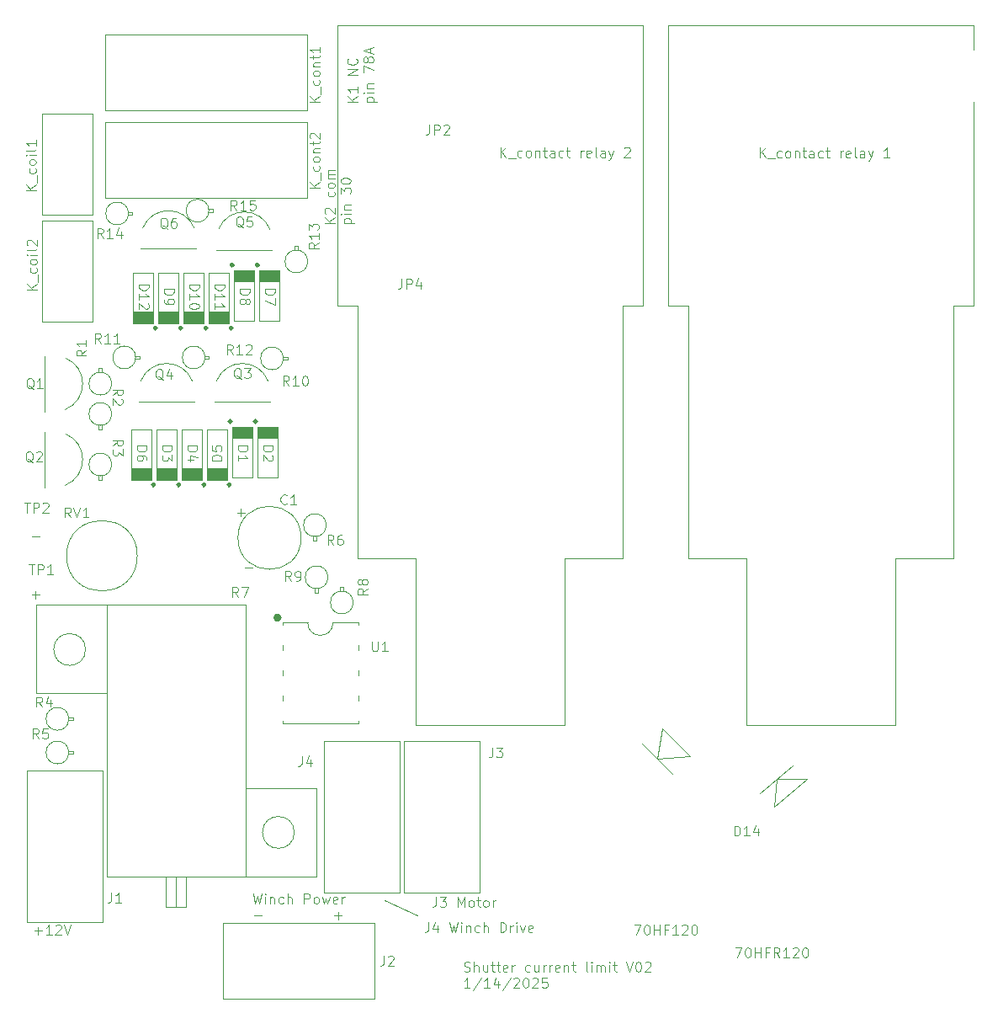
<source format=gbr>
%TF.GenerationSoftware,KiCad,Pcbnew,8.0.6*%
%TF.CreationDate,2025-01-14T13:14:06-07:00*%
%TF.ProjectId,Shutter current limit,53687574-7465-4722-9063-757272656e74,rev?*%
%TF.SameCoordinates,Original*%
%TF.FileFunction,Legend,Top*%
%TF.FilePolarity,Positive*%
%FSLAX46Y46*%
G04 Gerber Fmt 4.6, Leading zero omitted, Abs format (unit mm)*
G04 Created by KiCad (PCBNEW 8.0.6) date 2025-01-14 13:14:06*
%MOMM*%
%LPD*%
G01*
G04 APERTURE LIST*
%ADD10C,0.100000*%
%ADD11C,0.284176*%
%ADD12C,0.409210*%
G04 APERTURE END LIST*
D10*
X128618800Y-117701200D02*
X128618800Y-100937200D01*
X89502800Y-100937200D02*
X89502800Y-75537200D01*
X122776800Y-75537200D02*
X120744800Y-75537200D01*
X110330800Y-100937200D02*
X110330800Y-117701200D01*
X128618800Y-100937200D02*
X122776800Y-100937200D01*
X151478800Y-75537200D02*
X151478800Y-55064800D01*
X116172800Y-100937200D02*
X110330800Y-100937200D01*
X122776800Y-100937200D02*
X122776800Y-75537200D01*
X151478800Y-47343200D02*
X151478800Y-49832400D01*
X149446800Y-100937200D02*
X143604800Y-100937200D01*
X95344800Y-117701200D02*
X95344800Y-100937200D01*
X95344800Y-100937200D02*
X89502800Y-100937200D01*
X120744800Y-75537200D02*
X120744800Y-47343200D01*
X120744800Y-47343200D02*
X151478800Y-47343200D01*
X87470800Y-47343200D02*
X118204800Y-47343200D01*
X118204800Y-47343200D02*
X118204800Y-75537200D01*
X89502800Y-75537200D02*
X87470800Y-75537200D01*
X149446800Y-75537200D02*
X149446800Y-100937200D01*
X151478800Y-75537200D02*
X149446800Y-75537200D01*
X87470800Y-75537200D02*
X87470800Y-47343200D01*
X143604800Y-100937200D02*
X143604800Y-117701200D01*
X143604800Y-117701200D02*
X128618800Y-117701200D01*
X118204800Y-75537200D02*
X116172800Y-75537200D01*
X116172800Y-75537200D02*
X116172800Y-100937200D01*
X95504000Y-136906000D02*
X92202000Y-135382000D01*
X110330800Y-117701200D02*
X95344800Y-117701200D01*
X56691884Y-98805466D02*
X57453789Y-98805466D01*
X78948646Y-134676475D02*
X79186741Y-135676475D01*
X79186741Y-135676475D02*
X79377217Y-134962189D01*
X79377217Y-134962189D02*
X79567693Y-135676475D01*
X79567693Y-135676475D02*
X79805789Y-134676475D01*
X80186741Y-135676475D02*
X80186741Y-135009808D01*
X80186741Y-134676475D02*
X80139122Y-134724094D01*
X80139122Y-134724094D02*
X80186741Y-134771713D01*
X80186741Y-134771713D02*
X80234360Y-134724094D01*
X80234360Y-134724094D02*
X80186741Y-134676475D01*
X80186741Y-134676475D02*
X80186741Y-134771713D01*
X80662931Y-135009808D02*
X80662931Y-135676475D01*
X80662931Y-135105046D02*
X80710550Y-135057427D01*
X80710550Y-135057427D02*
X80805788Y-135009808D01*
X80805788Y-135009808D02*
X80948645Y-135009808D01*
X80948645Y-135009808D02*
X81043883Y-135057427D01*
X81043883Y-135057427D02*
X81091502Y-135152665D01*
X81091502Y-135152665D02*
X81091502Y-135676475D01*
X81996264Y-135628856D02*
X81901026Y-135676475D01*
X81901026Y-135676475D02*
X81710550Y-135676475D01*
X81710550Y-135676475D02*
X81615312Y-135628856D01*
X81615312Y-135628856D02*
X81567693Y-135581236D01*
X81567693Y-135581236D02*
X81520074Y-135485998D01*
X81520074Y-135485998D02*
X81520074Y-135200284D01*
X81520074Y-135200284D02*
X81567693Y-135105046D01*
X81567693Y-135105046D02*
X81615312Y-135057427D01*
X81615312Y-135057427D02*
X81710550Y-135009808D01*
X81710550Y-135009808D02*
X81901026Y-135009808D01*
X81901026Y-135009808D02*
X81996264Y-135057427D01*
X82424836Y-135676475D02*
X82424836Y-134676475D01*
X82853407Y-135676475D02*
X82853407Y-135152665D01*
X82853407Y-135152665D02*
X82805788Y-135057427D01*
X82805788Y-135057427D02*
X82710550Y-135009808D01*
X82710550Y-135009808D02*
X82567693Y-135009808D01*
X82567693Y-135009808D02*
X82472455Y-135057427D01*
X82472455Y-135057427D02*
X82424836Y-135105046D01*
X84091503Y-135676475D02*
X84091503Y-134676475D01*
X84091503Y-134676475D02*
X84472455Y-134676475D01*
X84472455Y-134676475D02*
X84567693Y-134724094D01*
X84567693Y-134724094D02*
X84615312Y-134771713D01*
X84615312Y-134771713D02*
X84662931Y-134866951D01*
X84662931Y-134866951D02*
X84662931Y-135009808D01*
X84662931Y-135009808D02*
X84615312Y-135105046D01*
X84615312Y-135105046D02*
X84567693Y-135152665D01*
X84567693Y-135152665D02*
X84472455Y-135200284D01*
X84472455Y-135200284D02*
X84091503Y-135200284D01*
X85234360Y-135676475D02*
X85139122Y-135628856D01*
X85139122Y-135628856D02*
X85091503Y-135581236D01*
X85091503Y-135581236D02*
X85043884Y-135485998D01*
X85043884Y-135485998D02*
X85043884Y-135200284D01*
X85043884Y-135200284D02*
X85091503Y-135105046D01*
X85091503Y-135105046D02*
X85139122Y-135057427D01*
X85139122Y-135057427D02*
X85234360Y-135009808D01*
X85234360Y-135009808D02*
X85377217Y-135009808D01*
X85377217Y-135009808D02*
X85472455Y-135057427D01*
X85472455Y-135057427D02*
X85520074Y-135105046D01*
X85520074Y-135105046D02*
X85567693Y-135200284D01*
X85567693Y-135200284D02*
X85567693Y-135485998D01*
X85567693Y-135485998D02*
X85520074Y-135581236D01*
X85520074Y-135581236D02*
X85472455Y-135628856D01*
X85472455Y-135628856D02*
X85377217Y-135676475D01*
X85377217Y-135676475D02*
X85234360Y-135676475D01*
X85901027Y-135009808D02*
X86091503Y-135676475D01*
X86091503Y-135676475D02*
X86281979Y-135200284D01*
X86281979Y-135200284D02*
X86472455Y-135676475D01*
X86472455Y-135676475D02*
X86662931Y-135009808D01*
X87424836Y-135628856D02*
X87329598Y-135676475D01*
X87329598Y-135676475D02*
X87139122Y-135676475D01*
X87139122Y-135676475D02*
X87043884Y-135628856D01*
X87043884Y-135628856D02*
X86996265Y-135533617D01*
X86996265Y-135533617D02*
X86996265Y-135152665D01*
X86996265Y-135152665D02*
X87043884Y-135057427D01*
X87043884Y-135057427D02*
X87139122Y-135009808D01*
X87139122Y-135009808D02*
X87329598Y-135009808D01*
X87329598Y-135009808D02*
X87424836Y-135057427D01*
X87424836Y-135057427D02*
X87472455Y-135152665D01*
X87472455Y-135152665D02*
X87472455Y-135247903D01*
X87472455Y-135247903D02*
X86996265Y-135343141D01*
X87901027Y-135676475D02*
X87901027Y-135009808D01*
X87901027Y-135200284D02*
X87948646Y-135105046D01*
X87948646Y-135105046D02*
X87996265Y-135057427D01*
X87996265Y-135057427D02*
X88091503Y-135009808D01*
X88091503Y-135009808D02*
X88186741Y-135009808D01*
X79043884Y-136905466D02*
X79805789Y-136905466D01*
X87139124Y-136905466D02*
X87901029Y-136905466D01*
X87520076Y-137286419D02*
X87520076Y-136524514D01*
X87162475Y-67260115D02*
X86162475Y-67260115D01*
X87162475Y-66688687D02*
X86591046Y-67117258D01*
X86162475Y-66688687D02*
X86733903Y-67260115D01*
X86257713Y-66307734D02*
X86210094Y-66260115D01*
X86210094Y-66260115D02*
X86162475Y-66164877D01*
X86162475Y-66164877D02*
X86162475Y-65926782D01*
X86162475Y-65926782D02*
X86210094Y-65831544D01*
X86210094Y-65831544D02*
X86257713Y-65783925D01*
X86257713Y-65783925D02*
X86352951Y-65736306D01*
X86352951Y-65736306D02*
X86448189Y-65736306D01*
X86448189Y-65736306D02*
X86591046Y-65783925D01*
X86591046Y-65783925D02*
X87162475Y-66355353D01*
X87162475Y-66355353D02*
X87162475Y-65736306D01*
X87114856Y-64117258D02*
X87162475Y-64212496D01*
X87162475Y-64212496D02*
X87162475Y-64402972D01*
X87162475Y-64402972D02*
X87114856Y-64498210D01*
X87114856Y-64498210D02*
X87067236Y-64545829D01*
X87067236Y-64545829D02*
X86971998Y-64593448D01*
X86971998Y-64593448D02*
X86686284Y-64593448D01*
X86686284Y-64593448D02*
X86591046Y-64545829D01*
X86591046Y-64545829D02*
X86543427Y-64498210D01*
X86543427Y-64498210D02*
X86495808Y-64402972D01*
X86495808Y-64402972D02*
X86495808Y-64212496D01*
X86495808Y-64212496D02*
X86543427Y-64117258D01*
X87162475Y-63545829D02*
X87114856Y-63641067D01*
X87114856Y-63641067D02*
X87067236Y-63688686D01*
X87067236Y-63688686D02*
X86971998Y-63736305D01*
X86971998Y-63736305D02*
X86686284Y-63736305D01*
X86686284Y-63736305D02*
X86591046Y-63688686D01*
X86591046Y-63688686D02*
X86543427Y-63641067D01*
X86543427Y-63641067D02*
X86495808Y-63545829D01*
X86495808Y-63545829D02*
X86495808Y-63402972D01*
X86495808Y-63402972D02*
X86543427Y-63307734D01*
X86543427Y-63307734D02*
X86591046Y-63260115D01*
X86591046Y-63260115D02*
X86686284Y-63212496D01*
X86686284Y-63212496D02*
X86971998Y-63212496D01*
X86971998Y-63212496D02*
X87067236Y-63260115D01*
X87067236Y-63260115D02*
X87114856Y-63307734D01*
X87114856Y-63307734D02*
X87162475Y-63402972D01*
X87162475Y-63402972D02*
X87162475Y-63545829D01*
X87162475Y-62783924D02*
X86495808Y-62783924D01*
X86591046Y-62783924D02*
X86543427Y-62736305D01*
X86543427Y-62736305D02*
X86495808Y-62641067D01*
X86495808Y-62641067D02*
X86495808Y-62498210D01*
X86495808Y-62498210D02*
X86543427Y-62402972D01*
X86543427Y-62402972D02*
X86638665Y-62355353D01*
X86638665Y-62355353D02*
X87162475Y-62355353D01*
X86638665Y-62355353D02*
X86543427Y-62307734D01*
X86543427Y-62307734D02*
X86495808Y-62212496D01*
X86495808Y-62212496D02*
X86495808Y-62069639D01*
X86495808Y-62069639D02*
X86543427Y-61974400D01*
X86543427Y-61974400D02*
X86638665Y-61926781D01*
X86638665Y-61926781D02*
X87162475Y-61926781D01*
X88105752Y-67260115D02*
X89105752Y-67260115D01*
X88153371Y-67260115D02*
X88105752Y-67164877D01*
X88105752Y-67164877D02*
X88105752Y-66974401D01*
X88105752Y-66974401D02*
X88153371Y-66879163D01*
X88153371Y-66879163D02*
X88200990Y-66831544D01*
X88200990Y-66831544D02*
X88296228Y-66783925D01*
X88296228Y-66783925D02*
X88581942Y-66783925D01*
X88581942Y-66783925D02*
X88677180Y-66831544D01*
X88677180Y-66831544D02*
X88724800Y-66879163D01*
X88724800Y-66879163D02*
X88772419Y-66974401D01*
X88772419Y-66974401D02*
X88772419Y-67164877D01*
X88772419Y-67164877D02*
X88724800Y-67260115D01*
X88772419Y-66355353D02*
X88105752Y-66355353D01*
X87772419Y-66355353D02*
X87820038Y-66402972D01*
X87820038Y-66402972D02*
X87867657Y-66355353D01*
X87867657Y-66355353D02*
X87820038Y-66307734D01*
X87820038Y-66307734D02*
X87772419Y-66355353D01*
X87772419Y-66355353D02*
X87867657Y-66355353D01*
X88105752Y-65879163D02*
X88772419Y-65879163D01*
X88200990Y-65879163D02*
X88153371Y-65831544D01*
X88153371Y-65831544D02*
X88105752Y-65736306D01*
X88105752Y-65736306D02*
X88105752Y-65593449D01*
X88105752Y-65593449D02*
X88153371Y-65498211D01*
X88153371Y-65498211D02*
X88248609Y-65450592D01*
X88248609Y-65450592D02*
X88772419Y-65450592D01*
X87772419Y-64307734D02*
X87772419Y-63688687D01*
X87772419Y-63688687D02*
X88153371Y-64022020D01*
X88153371Y-64022020D02*
X88153371Y-63879163D01*
X88153371Y-63879163D02*
X88200990Y-63783925D01*
X88200990Y-63783925D02*
X88248609Y-63736306D01*
X88248609Y-63736306D02*
X88343847Y-63688687D01*
X88343847Y-63688687D02*
X88581942Y-63688687D01*
X88581942Y-63688687D02*
X88677180Y-63736306D01*
X88677180Y-63736306D02*
X88724800Y-63783925D01*
X88724800Y-63783925D02*
X88772419Y-63879163D01*
X88772419Y-63879163D02*
X88772419Y-64164877D01*
X88772419Y-64164877D02*
X88724800Y-64260115D01*
X88724800Y-64260115D02*
X88677180Y-64307734D01*
X87772419Y-63069639D02*
X87772419Y-62974401D01*
X87772419Y-62974401D02*
X87820038Y-62879163D01*
X87820038Y-62879163D02*
X87867657Y-62831544D01*
X87867657Y-62831544D02*
X87962895Y-62783925D01*
X87962895Y-62783925D02*
X88153371Y-62736306D01*
X88153371Y-62736306D02*
X88391466Y-62736306D01*
X88391466Y-62736306D02*
X88581942Y-62783925D01*
X88581942Y-62783925D02*
X88677180Y-62831544D01*
X88677180Y-62831544D02*
X88724800Y-62879163D01*
X88724800Y-62879163D02*
X88772419Y-62974401D01*
X88772419Y-62974401D02*
X88772419Y-63069639D01*
X88772419Y-63069639D02*
X88724800Y-63164877D01*
X88724800Y-63164877D02*
X88677180Y-63212496D01*
X88677180Y-63212496D02*
X88581942Y-63260115D01*
X88581942Y-63260115D02*
X88391466Y-63307734D01*
X88391466Y-63307734D02*
X88153371Y-63307734D01*
X88153371Y-63307734D02*
X87962895Y-63260115D01*
X87962895Y-63260115D02*
X87867657Y-63212496D01*
X87867657Y-63212496D02*
X87820038Y-63164877D01*
X87820038Y-63164877D02*
X87772419Y-63069639D01*
X129945484Y-60680019D02*
X129945484Y-59680019D01*
X130516912Y-60680019D02*
X130088341Y-60108590D01*
X130516912Y-59680019D02*
X129945484Y-60251447D01*
X130707389Y-60775257D02*
X131469293Y-60775257D01*
X132135960Y-60632400D02*
X132040722Y-60680019D01*
X132040722Y-60680019D02*
X131850246Y-60680019D01*
X131850246Y-60680019D02*
X131755008Y-60632400D01*
X131755008Y-60632400D02*
X131707389Y-60584780D01*
X131707389Y-60584780D02*
X131659770Y-60489542D01*
X131659770Y-60489542D02*
X131659770Y-60203828D01*
X131659770Y-60203828D02*
X131707389Y-60108590D01*
X131707389Y-60108590D02*
X131755008Y-60060971D01*
X131755008Y-60060971D02*
X131850246Y-60013352D01*
X131850246Y-60013352D02*
X132040722Y-60013352D01*
X132040722Y-60013352D02*
X132135960Y-60060971D01*
X132707389Y-60680019D02*
X132612151Y-60632400D01*
X132612151Y-60632400D02*
X132564532Y-60584780D01*
X132564532Y-60584780D02*
X132516913Y-60489542D01*
X132516913Y-60489542D02*
X132516913Y-60203828D01*
X132516913Y-60203828D02*
X132564532Y-60108590D01*
X132564532Y-60108590D02*
X132612151Y-60060971D01*
X132612151Y-60060971D02*
X132707389Y-60013352D01*
X132707389Y-60013352D02*
X132850246Y-60013352D01*
X132850246Y-60013352D02*
X132945484Y-60060971D01*
X132945484Y-60060971D02*
X132993103Y-60108590D01*
X132993103Y-60108590D02*
X133040722Y-60203828D01*
X133040722Y-60203828D02*
X133040722Y-60489542D01*
X133040722Y-60489542D02*
X132993103Y-60584780D01*
X132993103Y-60584780D02*
X132945484Y-60632400D01*
X132945484Y-60632400D02*
X132850246Y-60680019D01*
X132850246Y-60680019D02*
X132707389Y-60680019D01*
X133469294Y-60013352D02*
X133469294Y-60680019D01*
X133469294Y-60108590D02*
X133516913Y-60060971D01*
X133516913Y-60060971D02*
X133612151Y-60013352D01*
X133612151Y-60013352D02*
X133755008Y-60013352D01*
X133755008Y-60013352D02*
X133850246Y-60060971D01*
X133850246Y-60060971D02*
X133897865Y-60156209D01*
X133897865Y-60156209D02*
X133897865Y-60680019D01*
X134231199Y-60013352D02*
X134612151Y-60013352D01*
X134374056Y-59680019D02*
X134374056Y-60537161D01*
X134374056Y-60537161D02*
X134421675Y-60632400D01*
X134421675Y-60632400D02*
X134516913Y-60680019D01*
X134516913Y-60680019D02*
X134612151Y-60680019D01*
X135374056Y-60680019D02*
X135374056Y-60156209D01*
X135374056Y-60156209D02*
X135326437Y-60060971D01*
X135326437Y-60060971D02*
X135231199Y-60013352D01*
X135231199Y-60013352D02*
X135040723Y-60013352D01*
X135040723Y-60013352D02*
X134945485Y-60060971D01*
X135374056Y-60632400D02*
X135278818Y-60680019D01*
X135278818Y-60680019D02*
X135040723Y-60680019D01*
X135040723Y-60680019D02*
X134945485Y-60632400D01*
X134945485Y-60632400D02*
X134897866Y-60537161D01*
X134897866Y-60537161D02*
X134897866Y-60441923D01*
X134897866Y-60441923D02*
X134945485Y-60346685D01*
X134945485Y-60346685D02*
X135040723Y-60299066D01*
X135040723Y-60299066D02*
X135278818Y-60299066D01*
X135278818Y-60299066D02*
X135374056Y-60251447D01*
X136278818Y-60632400D02*
X136183580Y-60680019D01*
X136183580Y-60680019D02*
X135993104Y-60680019D01*
X135993104Y-60680019D02*
X135897866Y-60632400D01*
X135897866Y-60632400D02*
X135850247Y-60584780D01*
X135850247Y-60584780D02*
X135802628Y-60489542D01*
X135802628Y-60489542D02*
X135802628Y-60203828D01*
X135802628Y-60203828D02*
X135850247Y-60108590D01*
X135850247Y-60108590D02*
X135897866Y-60060971D01*
X135897866Y-60060971D02*
X135993104Y-60013352D01*
X135993104Y-60013352D02*
X136183580Y-60013352D01*
X136183580Y-60013352D02*
X136278818Y-60060971D01*
X136564533Y-60013352D02*
X136945485Y-60013352D01*
X136707390Y-59680019D02*
X136707390Y-60537161D01*
X136707390Y-60537161D02*
X136755009Y-60632400D01*
X136755009Y-60632400D02*
X136850247Y-60680019D01*
X136850247Y-60680019D02*
X136945485Y-60680019D01*
X138040724Y-60680019D02*
X138040724Y-60013352D01*
X138040724Y-60203828D02*
X138088343Y-60108590D01*
X138088343Y-60108590D02*
X138135962Y-60060971D01*
X138135962Y-60060971D02*
X138231200Y-60013352D01*
X138231200Y-60013352D02*
X138326438Y-60013352D01*
X139040724Y-60632400D02*
X138945486Y-60680019D01*
X138945486Y-60680019D02*
X138755010Y-60680019D01*
X138755010Y-60680019D02*
X138659772Y-60632400D01*
X138659772Y-60632400D02*
X138612153Y-60537161D01*
X138612153Y-60537161D02*
X138612153Y-60156209D01*
X138612153Y-60156209D02*
X138659772Y-60060971D01*
X138659772Y-60060971D02*
X138755010Y-60013352D01*
X138755010Y-60013352D02*
X138945486Y-60013352D01*
X138945486Y-60013352D02*
X139040724Y-60060971D01*
X139040724Y-60060971D02*
X139088343Y-60156209D01*
X139088343Y-60156209D02*
X139088343Y-60251447D01*
X139088343Y-60251447D02*
X138612153Y-60346685D01*
X139659772Y-60680019D02*
X139564534Y-60632400D01*
X139564534Y-60632400D02*
X139516915Y-60537161D01*
X139516915Y-60537161D02*
X139516915Y-59680019D01*
X140469296Y-60680019D02*
X140469296Y-60156209D01*
X140469296Y-60156209D02*
X140421677Y-60060971D01*
X140421677Y-60060971D02*
X140326439Y-60013352D01*
X140326439Y-60013352D02*
X140135963Y-60013352D01*
X140135963Y-60013352D02*
X140040725Y-60060971D01*
X140469296Y-60632400D02*
X140374058Y-60680019D01*
X140374058Y-60680019D02*
X140135963Y-60680019D01*
X140135963Y-60680019D02*
X140040725Y-60632400D01*
X140040725Y-60632400D02*
X139993106Y-60537161D01*
X139993106Y-60537161D02*
X139993106Y-60441923D01*
X139993106Y-60441923D02*
X140040725Y-60346685D01*
X140040725Y-60346685D02*
X140135963Y-60299066D01*
X140135963Y-60299066D02*
X140374058Y-60299066D01*
X140374058Y-60299066D02*
X140469296Y-60251447D01*
X140850249Y-60013352D02*
X141088344Y-60680019D01*
X141326439Y-60013352D02*
X141088344Y-60680019D01*
X141088344Y-60680019D02*
X140993106Y-60918114D01*
X140993106Y-60918114D02*
X140945487Y-60965733D01*
X140945487Y-60965733D02*
X140850249Y-61013352D01*
X142993106Y-60680019D02*
X142421678Y-60680019D01*
X142707392Y-60680019D02*
X142707392Y-59680019D01*
X142707392Y-59680019D02*
X142612154Y-59822876D01*
X142612154Y-59822876D02*
X142516916Y-59918114D01*
X142516916Y-59918114D02*
X142421678Y-59965733D01*
X117302646Y-137810419D02*
X117969312Y-137810419D01*
X117969312Y-137810419D02*
X117540741Y-138810419D01*
X118540741Y-137810419D02*
X118635979Y-137810419D01*
X118635979Y-137810419D02*
X118731217Y-137858038D01*
X118731217Y-137858038D02*
X118778836Y-137905657D01*
X118778836Y-137905657D02*
X118826455Y-138000895D01*
X118826455Y-138000895D02*
X118874074Y-138191371D01*
X118874074Y-138191371D02*
X118874074Y-138429466D01*
X118874074Y-138429466D02*
X118826455Y-138619942D01*
X118826455Y-138619942D02*
X118778836Y-138715180D01*
X118778836Y-138715180D02*
X118731217Y-138762800D01*
X118731217Y-138762800D02*
X118635979Y-138810419D01*
X118635979Y-138810419D02*
X118540741Y-138810419D01*
X118540741Y-138810419D02*
X118445503Y-138762800D01*
X118445503Y-138762800D02*
X118397884Y-138715180D01*
X118397884Y-138715180D02*
X118350265Y-138619942D01*
X118350265Y-138619942D02*
X118302646Y-138429466D01*
X118302646Y-138429466D02*
X118302646Y-138191371D01*
X118302646Y-138191371D02*
X118350265Y-138000895D01*
X118350265Y-138000895D02*
X118397884Y-137905657D01*
X118397884Y-137905657D02*
X118445503Y-137858038D01*
X118445503Y-137858038D02*
X118540741Y-137810419D01*
X119302646Y-138810419D02*
X119302646Y-137810419D01*
X119302646Y-138286609D02*
X119874074Y-138286609D01*
X119874074Y-138810419D02*
X119874074Y-137810419D01*
X120683598Y-138286609D02*
X120350265Y-138286609D01*
X120350265Y-138810419D02*
X120350265Y-137810419D01*
X120350265Y-137810419D02*
X120826455Y-137810419D01*
X121731217Y-138810419D02*
X121159789Y-138810419D01*
X121445503Y-138810419D02*
X121445503Y-137810419D01*
X121445503Y-137810419D02*
X121350265Y-137953276D01*
X121350265Y-137953276D02*
X121255027Y-138048514D01*
X121255027Y-138048514D02*
X121159789Y-138096133D01*
X122112170Y-137905657D02*
X122159789Y-137858038D01*
X122159789Y-137858038D02*
X122255027Y-137810419D01*
X122255027Y-137810419D02*
X122493122Y-137810419D01*
X122493122Y-137810419D02*
X122588360Y-137858038D01*
X122588360Y-137858038D02*
X122635979Y-137905657D01*
X122635979Y-137905657D02*
X122683598Y-138000895D01*
X122683598Y-138000895D02*
X122683598Y-138096133D01*
X122683598Y-138096133D02*
X122635979Y-138238990D01*
X122635979Y-138238990D02*
X122064551Y-138810419D01*
X122064551Y-138810419D02*
X122683598Y-138810419D01*
X123302646Y-137810419D02*
X123397884Y-137810419D01*
X123397884Y-137810419D02*
X123493122Y-137858038D01*
X123493122Y-137858038D02*
X123540741Y-137905657D01*
X123540741Y-137905657D02*
X123588360Y-138000895D01*
X123588360Y-138000895D02*
X123635979Y-138191371D01*
X123635979Y-138191371D02*
X123635979Y-138429466D01*
X123635979Y-138429466D02*
X123588360Y-138619942D01*
X123588360Y-138619942D02*
X123540741Y-138715180D01*
X123540741Y-138715180D02*
X123493122Y-138762800D01*
X123493122Y-138762800D02*
X123397884Y-138810419D01*
X123397884Y-138810419D02*
X123302646Y-138810419D01*
X123302646Y-138810419D02*
X123207408Y-138762800D01*
X123207408Y-138762800D02*
X123159789Y-138715180D01*
X123159789Y-138715180D02*
X123112170Y-138619942D01*
X123112170Y-138619942D02*
X123064551Y-138429466D01*
X123064551Y-138429466D02*
X123064551Y-138191371D01*
X123064551Y-138191371D02*
X123112170Y-138000895D01*
X123112170Y-138000895D02*
X123159789Y-137905657D01*
X123159789Y-137905657D02*
X123207408Y-137858038D01*
X123207408Y-137858038D02*
X123302646Y-137810419D01*
X127462646Y-140096419D02*
X128129312Y-140096419D01*
X128129312Y-140096419D02*
X127700741Y-141096419D01*
X128700741Y-140096419D02*
X128795979Y-140096419D01*
X128795979Y-140096419D02*
X128891217Y-140144038D01*
X128891217Y-140144038D02*
X128938836Y-140191657D01*
X128938836Y-140191657D02*
X128986455Y-140286895D01*
X128986455Y-140286895D02*
X129034074Y-140477371D01*
X129034074Y-140477371D02*
X129034074Y-140715466D01*
X129034074Y-140715466D02*
X128986455Y-140905942D01*
X128986455Y-140905942D02*
X128938836Y-141001180D01*
X128938836Y-141001180D02*
X128891217Y-141048800D01*
X128891217Y-141048800D02*
X128795979Y-141096419D01*
X128795979Y-141096419D02*
X128700741Y-141096419D01*
X128700741Y-141096419D02*
X128605503Y-141048800D01*
X128605503Y-141048800D02*
X128557884Y-141001180D01*
X128557884Y-141001180D02*
X128510265Y-140905942D01*
X128510265Y-140905942D02*
X128462646Y-140715466D01*
X128462646Y-140715466D02*
X128462646Y-140477371D01*
X128462646Y-140477371D02*
X128510265Y-140286895D01*
X128510265Y-140286895D02*
X128557884Y-140191657D01*
X128557884Y-140191657D02*
X128605503Y-140144038D01*
X128605503Y-140144038D02*
X128700741Y-140096419D01*
X129462646Y-141096419D02*
X129462646Y-140096419D01*
X129462646Y-140572609D02*
X130034074Y-140572609D01*
X130034074Y-141096419D02*
X130034074Y-140096419D01*
X130843598Y-140572609D02*
X130510265Y-140572609D01*
X130510265Y-141096419D02*
X130510265Y-140096419D01*
X130510265Y-140096419D02*
X130986455Y-140096419D01*
X131938836Y-141096419D02*
X131605503Y-140620228D01*
X131367408Y-141096419D02*
X131367408Y-140096419D01*
X131367408Y-140096419D02*
X131748360Y-140096419D01*
X131748360Y-140096419D02*
X131843598Y-140144038D01*
X131843598Y-140144038D02*
X131891217Y-140191657D01*
X131891217Y-140191657D02*
X131938836Y-140286895D01*
X131938836Y-140286895D02*
X131938836Y-140429752D01*
X131938836Y-140429752D02*
X131891217Y-140524990D01*
X131891217Y-140524990D02*
X131843598Y-140572609D01*
X131843598Y-140572609D02*
X131748360Y-140620228D01*
X131748360Y-140620228D02*
X131367408Y-140620228D01*
X132891217Y-141096419D02*
X132319789Y-141096419D01*
X132605503Y-141096419D02*
X132605503Y-140096419D01*
X132605503Y-140096419D02*
X132510265Y-140239276D01*
X132510265Y-140239276D02*
X132415027Y-140334514D01*
X132415027Y-140334514D02*
X132319789Y-140382133D01*
X133272170Y-140191657D02*
X133319789Y-140144038D01*
X133319789Y-140144038D02*
X133415027Y-140096419D01*
X133415027Y-140096419D02*
X133653122Y-140096419D01*
X133653122Y-140096419D02*
X133748360Y-140144038D01*
X133748360Y-140144038D02*
X133795979Y-140191657D01*
X133795979Y-140191657D02*
X133843598Y-140286895D01*
X133843598Y-140286895D02*
X133843598Y-140382133D01*
X133843598Y-140382133D02*
X133795979Y-140524990D01*
X133795979Y-140524990D02*
X133224551Y-141096419D01*
X133224551Y-141096419D02*
X133843598Y-141096419D01*
X134462646Y-140096419D02*
X134557884Y-140096419D01*
X134557884Y-140096419D02*
X134653122Y-140144038D01*
X134653122Y-140144038D02*
X134700741Y-140191657D01*
X134700741Y-140191657D02*
X134748360Y-140286895D01*
X134748360Y-140286895D02*
X134795979Y-140477371D01*
X134795979Y-140477371D02*
X134795979Y-140715466D01*
X134795979Y-140715466D02*
X134748360Y-140905942D01*
X134748360Y-140905942D02*
X134700741Y-141001180D01*
X134700741Y-141001180D02*
X134653122Y-141048800D01*
X134653122Y-141048800D02*
X134557884Y-141096419D01*
X134557884Y-141096419D02*
X134462646Y-141096419D01*
X134462646Y-141096419D02*
X134367408Y-141048800D01*
X134367408Y-141048800D02*
X134319789Y-141001180D01*
X134319789Y-141001180D02*
X134272170Y-140905942D01*
X134272170Y-140905942D02*
X134224551Y-140715466D01*
X134224551Y-140715466D02*
X134224551Y-140477371D01*
X134224551Y-140477371D02*
X134272170Y-140286895D01*
X134272170Y-140286895D02*
X134319789Y-140191657D01*
X134319789Y-140191657D02*
X134367408Y-140144038D01*
X134367408Y-140144038D02*
X134462646Y-140096419D01*
X89448475Y-55068115D02*
X88448475Y-55068115D01*
X89448475Y-54496687D02*
X88877046Y-54925258D01*
X88448475Y-54496687D02*
X89019903Y-55068115D01*
X89448475Y-53544306D02*
X89448475Y-54115734D01*
X89448475Y-53830020D02*
X88448475Y-53830020D01*
X88448475Y-53830020D02*
X88591332Y-53925258D01*
X88591332Y-53925258D02*
X88686570Y-54020496D01*
X88686570Y-54020496D02*
X88734189Y-54115734D01*
X89448475Y-52353829D02*
X88448475Y-52353829D01*
X88448475Y-52353829D02*
X89448475Y-51782401D01*
X89448475Y-51782401D02*
X88448475Y-51782401D01*
X89353236Y-50734782D02*
X89400856Y-50782401D01*
X89400856Y-50782401D02*
X89448475Y-50925258D01*
X89448475Y-50925258D02*
X89448475Y-51020496D01*
X89448475Y-51020496D02*
X89400856Y-51163353D01*
X89400856Y-51163353D02*
X89305617Y-51258591D01*
X89305617Y-51258591D02*
X89210379Y-51306210D01*
X89210379Y-51306210D02*
X89019903Y-51353829D01*
X89019903Y-51353829D02*
X88877046Y-51353829D01*
X88877046Y-51353829D02*
X88686570Y-51306210D01*
X88686570Y-51306210D02*
X88591332Y-51258591D01*
X88591332Y-51258591D02*
X88496094Y-51163353D01*
X88496094Y-51163353D02*
X88448475Y-51020496D01*
X88448475Y-51020496D02*
X88448475Y-50925258D01*
X88448475Y-50925258D02*
X88496094Y-50782401D01*
X88496094Y-50782401D02*
X88543713Y-50734782D01*
X90391752Y-55068115D02*
X91391752Y-55068115D01*
X90439371Y-55068115D02*
X90391752Y-54972877D01*
X90391752Y-54972877D02*
X90391752Y-54782401D01*
X90391752Y-54782401D02*
X90439371Y-54687163D01*
X90439371Y-54687163D02*
X90486990Y-54639544D01*
X90486990Y-54639544D02*
X90582228Y-54591925D01*
X90582228Y-54591925D02*
X90867942Y-54591925D01*
X90867942Y-54591925D02*
X90963180Y-54639544D01*
X90963180Y-54639544D02*
X91010800Y-54687163D01*
X91010800Y-54687163D02*
X91058419Y-54782401D01*
X91058419Y-54782401D02*
X91058419Y-54972877D01*
X91058419Y-54972877D02*
X91010800Y-55068115D01*
X91058419Y-54163353D02*
X90391752Y-54163353D01*
X90058419Y-54163353D02*
X90106038Y-54210972D01*
X90106038Y-54210972D02*
X90153657Y-54163353D01*
X90153657Y-54163353D02*
X90106038Y-54115734D01*
X90106038Y-54115734D02*
X90058419Y-54163353D01*
X90058419Y-54163353D02*
X90153657Y-54163353D01*
X90391752Y-53687163D02*
X91058419Y-53687163D01*
X90486990Y-53687163D02*
X90439371Y-53639544D01*
X90439371Y-53639544D02*
X90391752Y-53544306D01*
X90391752Y-53544306D02*
X90391752Y-53401449D01*
X90391752Y-53401449D02*
X90439371Y-53306211D01*
X90439371Y-53306211D02*
X90534609Y-53258592D01*
X90534609Y-53258592D02*
X91058419Y-53258592D01*
X90058419Y-52115734D02*
X90058419Y-51449068D01*
X90058419Y-51449068D02*
X91058419Y-51877639D01*
X90486990Y-50925258D02*
X90439371Y-51020496D01*
X90439371Y-51020496D02*
X90391752Y-51068115D01*
X90391752Y-51068115D02*
X90296514Y-51115734D01*
X90296514Y-51115734D02*
X90248895Y-51115734D01*
X90248895Y-51115734D02*
X90153657Y-51068115D01*
X90153657Y-51068115D02*
X90106038Y-51020496D01*
X90106038Y-51020496D02*
X90058419Y-50925258D01*
X90058419Y-50925258D02*
X90058419Y-50734782D01*
X90058419Y-50734782D02*
X90106038Y-50639544D01*
X90106038Y-50639544D02*
X90153657Y-50591925D01*
X90153657Y-50591925D02*
X90248895Y-50544306D01*
X90248895Y-50544306D02*
X90296514Y-50544306D01*
X90296514Y-50544306D02*
X90391752Y-50591925D01*
X90391752Y-50591925D02*
X90439371Y-50639544D01*
X90439371Y-50639544D02*
X90486990Y-50734782D01*
X90486990Y-50734782D02*
X90486990Y-50925258D01*
X90486990Y-50925258D02*
X90534609Y-51020496D01*
X90534609Y-51020496D02*
X90582228Y-51068115D01*
X90582228Y-51068115D02*
X90677466Y-51115734D01*
X90677466Y-51115734D02*
X90867942Y-51115734D01*
X90867942Y-51115734D02*
X90963180Y-51068115D01*
X90963180Y-51068115D02*
X91010800Y-51020496D01*
X91010800Y-51020496D02*
X91058419Y-50925258D01*
X91058419Y-50925258D02*
X91058419Y-50734782D01*
X91058419Y-50734782D02*
X91010800Y-50639544D01*
X91010800Y-50639544D02*
X90963180Y-50591925D01*
X90963180Y-50591925D02*
X90867942Y-50544306D01*
X90867942Y-50544306D02*
X90677466Y-50544306D01*
X90677466Y-50544306D02*
X90582228Y-50591925D01*
X90582228Y-50591925D02*
X90534609Y-50639544D01*
X90534609Y-50639544D02*
X90486990Y-50734782D01*
X90772704Y-50163353D02*
X90772704Y-49687163D01*
X91058419Y-50258591D02*
X90058419Y-49925258D01*
X90058419Y-49925258D02*
X91058419Y-49591925D01*
X103834284Y-60629219D02*
X103834284Y-59629219D01*
X104405712Y-60629219D02*
X103977141Y-60057790D01*
X104405712Y-59629219D02*
X103834284Y-60200647D01*
X104596189Y-60724457D02*
X105358093Y-60724457D01*
X106024760Y-60581600D02*
X105929522Y-60629219D01*
X105929522Y-60629219D02*
X105739046Y-60629219D01*
X105739046Y-60629219D02*
X105643808Y-60581600D01*
X105643808Y-60581600D02*
X105596189Y-60533980D01*
X105596189Y-60533980D02*
X105548570Y-60438742D01*
X105548570Y-60438742D02*
X105548570Y-60153028D01*
X105548570Y-60153028D02*
X105596189Y-60057790D01*
X105596189Y-60057790D02*
X105643808Y-60010171D01*
X105643808Y-60010171D02*
X105739046Y-59962552D01*
X105739046Y-59962552D02*
X105929522Y-59962552D01*
X105929522Y-59962552D02*
X106024760Y-60010171D01*
X106596189Y-60629219D02*
X106500951Y-60581600D01*
X106500951Y-60581600D02*
X106453332Y-60533980D01*
X106453332Y-60533980D02*
X106405713Y-60438742D01*
X106405713Y-60438742D02*
X106405713Y-60153028D01*
X106405713Y-60153028D02*
X106453332Y-60057790D01*
X106453332Y-60057790D02*
X106500951Y-60010171D01*
X106500951Y-60010171D02*
X106596189Y-59962552D01*
X106596189Y-59962552D02*
X106739046Y-59962552D01*
X106739046Y-59962552D02*
X106834284Y-60010171D01*
X106834284Y-60010171D02*
X106881903Y-60057790D01*
X106881903Y-60057790D02*
X106929522Y-60153028D01*
X106929522Y-60153028D02*
X106929522Y-60438742D01*
X106929522Y-60438742D02*
X106881903Y-60533980D01*
X106881903Y-60533980D02*
X106834284Y-60581600D01*
X106834284Y-60581600D02*
X106739046Y-60629219D01*
X106739046Y-60629219D02*
X106596189Y-60629219D01*
X107358094Y-59962552D02*
X107358094Y-60629219D01*
X107358094Y-60057790D02*
X107405713Y-60010171D01*
X107405713Y-60010171D02*
X107500951Y-59962552D01*
X107500951Y-59962552D02*
X107643808Y-59962552D01*
X107643808Y-59962552D02*
X107739046Y-60010171D01*
X107739046Y-60010171D02*
X107786665Y-60105409D01*
X107786665Y-60105409D02*
X107786665Y-60629219D01*
X108119999Y-59962552D02*
X108500951Y-59962552D01*
X108262856Y-59629219D02*
X108262856Y-60486361D01*
X108262856Y-60486361D02*
X108310475Y-60581600D01*
X108310475Y-60581600D02*
X108405713Y-60629219D01*
X108405713Y-60629219D02*
X108500951Y-60629219D01*
X109262856Y-60629219D02*
X109262856Y-60105409D01*
X109262856Y-60105409D02*
X109215237Y-60010171D01*
X109215237Y-60010171D02*
X109119999Y-59962552D01*
X109119999Y-59962552D02*
X108929523Y-59962552D01*
X108929523Y-59962552D02*
X108834285Y-60010171D01*
X109262856Y-60581600D02*
X109167618Y-60629219D01*
X109167618Y-60629219D02*
X108929523Y-60629219D01*
X108929523Y-60629219D02*
X108834285Y-60581600D01*
X108834285Y-60581600D02*
X108786666Y-60486361D01*
X108786666Y-60486361D02*
X108786666Y-60391123D01*
X108786666Y-60391123D02*
X108834285Y-60295885D01*
X108834285Y-60295885D02*
X108929523Y-60248266D01*
X108929523Y-60248266D02*
X109167618Y-60248266D01*
X109167618Y-60248266D02*
X109262856Y-60200647D01*
X110167618Y-60581600D02*
X110072380Y-60629219D01*
X110072380Y-60629219D02*
X109881904Y-60629219D01*
X109881904Y-60629219D02*
X109786666Y-60581600D01*
X109786666Y-60581600D02*
X109739047Y-60533980D01*
X109739047Y-60533980D02*
X109691428Y-60438742D01*
X109691428Y-60438742D02*
X109691428Y-60153028D01*
X109691428Y-60153028D02*
X109739047Y-60057790D01*
X109739047Y-60057790D02*
X109786666Y-60010171D01*
X109786666Y-60010171D02*
X109881904Y-59962552D01*
X109881904Y-59962552D02*
X110072380Y-59962552D01*
X110072380Y-59962552D02*
X110167618Y-60010171D01*
X110453333Y-59962552D02*
X110834285Y-59962552D01*
X110596190Y-59629219D02*
X110596190Y-60486361D01*
X110596190Y-60486361D02*
X110643809Y-60581600D01*
X110643809Y-60581600D02*
X110739047Y-60629219D01*
X110739047Y-60629219D02*
X110834285Y-60629219D01*
X111929524Y-60629219D02*
X111929524Y-59962552D01*
X111929524Y-60153028D02*
X111977143Y-60057790D01*
X111977143Y-60057790D02*
X112024762Y-60010171D01*
X112024762Y-60010171D02*
X112120000Y-59962552D01*
X112120000Y-59962552D02*
X112215238Y-59962552D01*
X112929524Y-60581600D02*
X112834286Y-60629219D01*
X112834286Y-60629219D02*
X112643810Y-60629219D01*
X112643810Y-60629219D02*
X112548572Y-60581600D01*
X112548572Y-60581600D02*
X112500953Y-60486361D01*
X112500953Y-60486361D02*
X112500953Y-60105409D01*
X112500953Y-60105409D02*
X112548572Y-60010171D01*
X112548572Y-60010171D02*
X112643810Y-59962552D01*
X112643810Y-59962552D02*
X112834286Y-59962552D01*
X112834286Y-59962552D02*
X112929524Y-60010171D01*
X112929524Y-60010171D02*
X112977143Y-60105409D01*
X112977143Y-60105409D02*
X112977143Y-60200647D01*
X112977143Y-60200647D02*
X112500953Y-60295885D01*
X113548572Y-60629219D02*
X113453334Y-60581600D01*
X113453334Y-60581600D02*
X113405715Y-60486361D01*
X113405715Y-60486361D02*
X113405715Y-59629219D01*
X114358096Y-60629219D02*
X114358096Y-60105409D01*
X114358096Y-60105409D02*
X114310477Y-60010171D01*
X114310477Y-60010171D02*
X114215239Y-59962552D01*
X114215239Y-59962552D02*
X114024763Y-59962552D01*
X114024763Y-59962552D02*
X113929525Y-60010171D01*
X114358096Y-60581600D02*
X114262858Y-60629219D01*
X114262858Y-60629219D02*
X114024763Y-60629219D01*
X114024763Y-60629219D02*
X113929525Y-60581600D01*
X113929525Y-60581600D02*
X113881906Y-60486361D01*
X113881906Y-60486361D02*
X113881906Y-60391123D01*
X113881906Y-60391123D02*
X113929525Y-60295885D01*
X113929525Y-60295885D02*
X114024763Y-60248266D01*
X114024763Y-60248266D02*
X114262858Y-60248266D01*
X114262858Y-60248266D02*
X114358096Y-60200647D01*
X114739049Y-59962552D02*
X114977144Y-60629219D01*
X115215239Y-59962552D02*
X114977144Y-60629219D01*
X114977144Y-60629219D02*
X114881906Y-60867314D01*
X114881906Y-60867314D02*
X114834287Y-60914933D01*
X114834287Y-60914933D02*
X114739049Y-60962552D01*
X116310478Y-59724457D02*
X116358097Y-59676838D01*
X116358097Y-59676838D02*
X116453335Y-59629219D01*
X116453335Y-59629219D02*
X116691430Y-59629219D01*
X116691430Y-59629219D02*
X116786668Y-59676838D01*
X116786668Y-59676838D02*
X116834287Y-59724457D01*
X116834287Y-59724457D02*
X116881906Y-59819695D01*
X116881906Y-59819695D02*
X116881906Y-59914933D01*
X116881906Y-59914933D02*
X116834287Y-60057790D01*
X116834287Y-60057790D02*
X116262859Y-60629219D01*
X116262859Y-60629219D02*
X116881906Y-60629219D01*
X100205265Y-142486856D02*
X100348122Y-142534475D01*
X100348122Y-142534475D02*
X100586217Y-142534475D01*
X100586217Y-142534475D02*
X100681455Y-142486856D01*
X100681455Y-142486856D02*
X100729074Y-142439236D01*
X100729074Y-142439236D02*
X100776693Y-142343998D01*
X100776693Y-142343998D02*
X100776693Y-142248760D01*
X100776693Y-142248760D02*
X100729074Y-142153522D01*
X100729074Y-142153522D02*
X100681455Y-142105903D01*
X100681455Y-142105903D02*
X100586217Y-142058284D01*
X100586217Y-142058284D02*
X100395741Y-142010665D01*
X100395741Y-142010665D02*
X100300503Y-141963046D01*
X100300503Y-141963046D02*
X100252884Y-141915427D01*
X100252884Y-141915427D02*
X100205265Y-141820189D01*
X100205265Y-141820189D02*
X100205265Y-141724951D01*
X100205265Y-141724951D02*
X100252884Y-141629713D01*
X100252884Y-141629713D02*
X100300503Y-141582094D01*
X100300503Y-141582094D02*
X100395741Y-141534475D01*
X100395741Y-141534475D02*
X100633836Y-141534475D01*
X100633836Y-141534475D02*
X100776693Y-141582094D01*
X101205265Y-142534475D02*
X101205265Y-141534475D01*
X101633836Y-142534475D02*
X101633836Y-142010665D01*
X101633836Y-142010665D02*
X101586217Y-141915427D01*
X101586217Y-141915427D02*
X101490979Y-141867808D01*
X101490979Y-141867808D02*
X101348122Y-141867808D01*
X101348122Y-141867808D02*
X101252884Y-141915427D01*
X101252884Y-141915427D02*
X101205265Y-141963046D01*
X102538598Y-141867808D02*
X102538598Y-142534475D01*
X102110027Y-141867808D02*
X102110027Y-142391617D01*
X102110027Y-142391617D02*
X102157646Y-142486856D01*
X102157646Y-142486856D02*
X102252884Y-142534475D01*
X102252884Y-142534475D02*
X102395741Y-142534475D01*
X102395741Y-142534475D02*
X102490979Y-142486856D01*
X102490979Y-142486856D02*
X102538598Y-142439236D01*
X102871932Y-141867808D02*
X103252884Y-141867808D01*
X103014789Y-141534475D02*
X103014789Y-142391617D01*
X103014789Y-142391617D02*
X103062408Y-142486856D01*
X103062408Y-142486856D02*
X103157646Y-142534475D01*
X103157646Y-142534475D02*
X103252884Y-142534475D01*
X103443361Y-141867808D02*
X103824313Y-141867808D01*
X103586218Y-141534475D02*
X103586218Y-142391617D01*
X103586218Y-142391617D02*
X103633837Y-142486856D01*
X103633837Y-142486856D02*
X103729075Y-142534475D01*
X103729075Y-142534475D02*
X103824313Y-142534475D01*
X104538599Y-142486856D02*
X104443361Y-142534475D01*
X104443361Y-142534475D02*
X104252885Y-142534475D01*
X104252885Y-142534475D02*
X104157647Y-142486856D01*
X104157647Y-142486856D02*
X104110028Y-142391617D01*
X104110028Y-142391617D02*
X104110028Y-142010665D01*
X104110028Y-142010665D02*
X104157647Y-141915427D01*
X104157647Y-141915427D02*
X104252885Y-141867808D01*
X104252885Y-141867808D02*
X104443361Y-141867808D01*
X104443361Y-141867808D02*
X104538599Y-141915427D01*
X104538599Y-141915427D02*
X104586218Y-142010665D01*
X104586218Y-142010665D02*
X104586218Y-142105903D01*
X104586218Y-142105903D02*
X104110028Y-142201141D01*
X105014790Y-142534475D02*
X105014790Y-141867808D01*
X105014790Y-142058284D02*
X105062409Y-141963046D01*
X105062409Y-141963046D02*
X105110028Y-141915427D01*
X105110028Y-141915427D02*
X105205266Y-141867808D01*
X105205266Y-141867808D02*
X105300504Y-141867808D01*
X106824314Y-142486856D02*
X106729076Y-142534475D01*
X106729076Y-142534475D02*
X106538600Y-142534475D01*
X106538600Y-142534475D02*
X106443362Y-142486856D01*
X106443362Y-142486856D02*
X106395743Y-142439236D01*
X106395743Y-142439236D02*
X106348124Y-142343998D01*
X106348124Y-142343998D02*
X106348124Y-142058284D01*
X106348124Y-142058284D02*
X106395743Y-141963046D01*
X106395743Y-141963046D02*
X106443362Y-141915427D01*
X106443362Y-141915427D02*
X106538600Y-141867808D01*
X106538600Y-141867808D02*
X106729076Y-141867808D01*
X106729076Y-141867808D02*
X106824314Y-141915427D01*
X107681457Y-141867808D02*
X107681457Y-142534475D01*
X107252886Y-141867808D02*
X107252886Y-142391617D01*
X107252886Y-142391617D02*
X107300505Y-142486856D01*
X107300505Y-142486856D02*
X107395743Y-142534475D01*
X107395743Y-142534475D02*
X107538600Y-142534475D01*
X107538600Y-142534475D02*
X107633838Y-142486856D01*
X107633838Y-142486856D02*
X107681457Y-142439236D01*
X108157648Y-142534475D02*
X108157648Y-141867808D01*
X108157648Y-142058284D02*
X108205267Y-141963046D01*
X108205267Y-141963046D02*
X108252886Y-141915427D01*
X108252886Y-141915427D02*
X108348124Y-141867808D01*
X108348124Y-141867808D02*
X108443362Y-141867808D01*
X108776696Y-142534475D02*
X108776696Y-141867808D01*
X108776696Y-142058284D02*
X108824315Y-141963046D01*
X108824315Y-141963046D02*
X108871934Y-141915427D01*
X108871934Y-141915427D02*
X108967172Y-141867808D01*
X108967172Y-141867808D02*
X109062410Y-141867808D01*
X109776696Y-142486856D02*
X109681458Y-142534475D01*
X109681458Y-142534475D02*
X109490982Y-142534475D01*
X109490982Y-142534475D02*
X109395744Y-142486856D01*
X109395744Y-142486856D02*
X109348125Y-142391617D01*
X109348125Y-142391617D02*
X109348125Y-142010665D01*
X109348125Y-142010665D02*
X109395744Y-141915427D01*
X109395744Y-141915427D02*
X109490982Y-141867808D01*
X109490982Y-141867808D02*
X109681458Y-141867808D01*
X109681458Y-141867808D02*
X109776696Y-141915427D01*
X109776696Y-141915427D02*
X109824315Y-142010665D01*
X109824315Y-142010665D02*
X109824315Y-142105903D01*
X109824315Y-142105903D02*
X109348125Y-142201141D01*
X110252887Y-141867808D02*
X110252887Y-142534475D01*
X110252887Y-141963046D02*
X110300506Y-141915427D01*
X110300506Y-141915427D02*
X110395744Y-141867808D01*
X110395744Y-141867808D02*
X110538601Y-141867808D01*
X110538601Y-141867808D02*
X110633839Y-141915427D01*
X110633839Y-141915427D02*
X110681458Y-142010665D01*
X110681458Y-142010665D02*
X110681458Y-142534475D01*
X111014792Y-141867808D02*
X111395744Y-141867808D01*
X111157649Y-141534475D02*
X111157649Y-142391617D01*
X111157649Y-142391617D02*
X111205268Y-142486856D01*
X111205268Y-142486856D02*
X111300506Y-142534475D01*
X111300506Y-142534475D02*
X111395744Y-142534475D01*
X112633840Y-142534475D02*
X112538602Y-142486856D01*
X112538602Y-142486856D02*
X112490983Y-142391617D01*
X112490983Y-142391617D02*
X112490983Y-141534475D01*
X113014793Y-142534475D02*
X113014793Y-141867808D01*
X113014793Y-141534475D02*
X112967174Y-141582094D01*
X112967174Y-141582094D02*
X113014793Y-141629713D01*
X113014793Y-141629713D02*
X113062412Y-141582094D01*
X113062412Y-141582094D02*
X113014793Y-141534475D01*
X113014793Y-141534475D02*
X113014793Y-141629713D01*
X113490983Y-142534475D02*
X113490983Y-141867808D01*
X113490983Y-141963046D02*
X113538602Y-141915427D01*
X113538602Y-141915427D02*
X113633840Y-141867808D01*
X113633840Y-141867808D02*
X113776697Y-141867808D01*
X113776697Y-141867808D02*
X113871935Y-141915427D01*
X113871935Y-141915427D02*
X113919554Y-142010665D01*
X113919554Y-142010665D02*
X113919554Y-142534475D01*
X113919554Y-142010665D02*
X113967173Y-141915427D01*
X113967173Y-141915427D02*
X114062411Y-141867808D01*
X114062411Y-141867808D02*
X114205268Y-141867808D01*
X114205268Y-141867808D02*
X114300507Y-141915427D01*
X114300507Y-141915427D02*
X114348126Y-142010665D01*
X114348126Y-142010665D02*
X114348126Y-142534475D01*
X114824316Y-142534475D02*
X114824316Y-141867808D01*
X114824316Y-141534475D02*
X114776697Y-141582094D01*
X114776697Y-141582094D02*
X114824316Y-141629713D01*
X114824316Y-141629713D02*
X114871935Y-141582094D01*
X114871935Y-141582094D02*
X114824316Y-141534475D01*
X114824316Y-141534475D02*
X114824316Y-141629713D01*
X115157649Y-141867808D02*
X115538601Y-141867808D01*
X115300506Y-141534475D02*
X115300506Y-142391617D01*
X115300506Y-142391617D02*
X115348125Y-142486856D01*
X115348125Y-142486856D02*
X115443363Y-142534475D01*
X115443363Y-142534475D02*
X115538601Y-142534475D01*
X116490983Y-141534475D02*
X116824316Y-142534475D01*
X116824316Y-142534475D02*
X117157649Y-141534475D01*
X117681459Y-141534475D02*
X117776697Y-141534475D01*
X117776697Y-141534475D02*
X117871935Y-141582094D01*
X117871935Y-141582094D02*
X117919554Y-141629713D01*
X117919554Y-141629713D02*
X117967173Y-141724951D01*
X117967173Y-141724951D02*
X118014792Y-141915427D01*
X118014792Y-141915427D02*
X118014792Y-142153522D01*
X118014792Y-142153522D02*
X117967173Y-142343998D01*
X117967173Y-142343998D02*
X117919554Y-142439236D01*
X117919554Y-142439236D02*
X117871935Y-142486856D01*
X117871935Y-142486856D02*
X117776697Y-142534475D01*
X117776697Y-142534475D02*
X117681459Y-142534475D01*
X117681459Y-142534475D02*
X117586221Y-142486856D01*
X117586221Y-142486856D02*
X117538602Y-142439236D01*
X117538602Y-142439236D02*
X117490983Y-142343998D01*
X117490983Y-142343998D02*
X117443364Y-142153522D01*
X117443364Y-142153522D02*
X117443364Y-141915427D01*
X117443364Y-141915427D02*
X117490983Y-141724951D01*
X117490983Y-141724951D02*
X117538602Y-141629713D01*
X117538602Y-141629713D02*
X117586221Y-141582094D01*
X117586221Y-141582094D02*
X117681459Y-141534475D01*
X118395745Y-141629713D02*
X118443364Y-141582094D01*
X118443364Y-141582094D02*
X118538602Y-141534475D01*
X118538602Y-141534475D02*
X118776697Y-141534475D01*
X118776697Y-141534475D02*
X118871935Y-141582094D01*
X118871935Y-141582094D02*
X118919554Y-141629713D01*
X118919554Y-141629713D02*
X118967173Y-141724951D01*
X118967173Y-141724951D02*
X118967173Y-141820189D01*
X118967173Y-141820189D02*
X118919554Y-141963046D01*
X118919554Y-141963046D02*
X118348126Y-142534475D01*
X118348126Y-142534475D02*
X118967173Y-142534475D01*
X100776693Y-144144419D02*
X100205265Y-144144419D01*
X100490979Y-144144419D02*
X100490979Y-143144419D01*
X100490979Y-143144419D02*
X100395741Y-143287276D01*
X100395741Y-143287276D02*
X100300503Y-143382514D01*
X100300503Y-143382514D02*
X100205265Y-143430133D01*
X101919550Y-143096800D02*
X101062408Y-144382514D01*
X102776693Y-144144419D02*
X102205265Y-144144419D01*
X102490979Y-144144419D02*
X102490979Y-143144419D01*
X102490979Y-143144419D02*
X102395741Y-143287276D01*
X102395741Y-143287276D02*
X102300503Y-143382514D01*
X102300503Y-143382514D02*
X102205265Y-143430133D01*
X103633836Y-143477752D02*
X103633836Y-144144419D01*
X103395741Y-143096800D02*
X103157646Y-143811085D01*
X103157646Y-143811085D02*
X103776693Y-143811085D01*
X104871931Y-143096800D02*
X104014789Y-144382514D01*
X105157646Y-143239657D02*
X105205265Y-143192038D01*
X105205265Y-143192038D02*
X105300503Y-143144419D01*
X105300503Y-143144419D02*
X105538598Y-143144419D01*
X105538598Y-143144419D02*
X105633836Y-143192038D01*
X105633836Y-143192038D02*
X105681455Y-143239657D01*
X105681455Y-143239657D02*
X105729074Y-143334895D01*
X105729074Y-143334895D02*
X105729074Y-143430133D01*
X105729074Y-143430133D02*
X105681455Y-143572990D01*
X105681455Y-143572990D02*
X105110027Y-144144419D01*
X105110027Y-144144419D02*
X105729074Y-144144419D01*
X106348122Y-143144419D02*
X106443360Y-143144419D01*
X106443360Y-143144419D02*
X106538598Y-143192038D01*
X106538598Y-143192038D02*
X106586217Y-143239657D01*
X106586217Y-143239657D02*
X106633836Y-143334895D01*
X106633836Y-143334895D02*
X106681455Y-143525371D01*
X106681455Y-143525371D02*
X106681455Y-143763466D01*
X106681455Y-143763466D02*
X106633836Y-143953942D01*
X106633836Y-143953942D02*
X106586217Y-144049180D01*
X106586217Y-144049180D02*
X106538598Y-144096800D01*
X106538598Y-144096800D02*
X106443360Y-144144419D01*
X106443360Y-144144419D02*
X106348122Y-144144419D01*
X106348122Y-144144419D02*
X106252884Y-144096800D01*
X106252884Y-144096800D02*
X106205265Y-144049180D01*
X106205265Y-144049180D02*
X106157646Y-143953942D01*
X106157646Y-143953942D02*
X106110027Y-143763466D01*
X106110027Y-143763466D02*
X106110027Y-143525371D01*
X106110027Y-143525371D02*
X106157646Y-143334895D01*
X106157646Y-143334895D02*
X106205265Y-143239657D01*
X106205265Y-143239657D02*
X106252884Y-143192038D01*
X106252884Y-143192038D02*
X106348122Y-143144419D01*
X107062408Y-143239657D02*
X107110027Y-143192038D01*
X107110027Y-143192038D02*
X107205265Y-143144419D01*
X107205265Y-143144419D02*
X107443360Y-143144419D01*
X107443360Y-143144419D02*
X107538598Y-143192038D01*
X107538598Y-143192038D02*
X107586217Y-143239657D01*
X107586217Y-143239657D02*
X107633836Y-143334895D01*
X107633836Y-143334895D02*
X107633836Y-143430133D01*
X107633836Y-143430133D02*
X107586217Y-143572990D01*
X107586217Y-143572990D02*
X107014789Y-144144419D01*
X107014789Y-144144419D02*
X107633836Y-144144419D01*
X108538598Y-143144419D02*
X108062408Y-143144419D01*
X108062408Y-143144419D02*
X108014789Y-143620609D01*
X108014789Y-143620609D02*
X108062408Y-143572990D01*
X108062408Y-143572990D02*
X108157646Y-143525371D01*
X108157646Y-143525371D02*
X108395741Y-143525371D01*
X108395741Y-143525371D02*
X108490979Y-143572990D01*
X108490979Y-143572990D02*
X108538598Y-143620609D01*
X108538598Y-143620609D02*
X108586217Y-143715847D01*
X108586217Y-143715847D02*
X108586217Y-143953942D01*
X108586217Y-143953942D02*
X108538598Y-144049180D01*
X108538598Y-144049180D02*
X108490979Y-144096800D01*
X108490979Y-144096800D02*
X108395741Y-144144419D01*
X108395741Y-144144419D02*
X108157646Y-144144419D01*
X108157646Y-144144419D02*
X108062408Y-144096800D01*
X108062408Y-144096800D02*
X108014789Y-144049180D01*
X97363598Y-135016419D02*
X97363598Y-135730704D01*
X97363598Y-135730704D02*
X97315979Y-135873561D01*
X97315979Y-135873561D02*
X97220741Y-135968800D01*
X97220741Y-135968800D02*
X97077884Y-136016419D01*
X97077884Y-136016419D02*
X96982646Y-136016419D01*
X97744551Y-135016419D02*
X98363598Y-135016419D01*
X98363598Y-135016419D02*
X98030265Y-135397371D01*
X98030265Y-135397371D02*
X98173122Y-135397371D01*
X98173122Y-135397371D02*
X98268360Y-135444990D01*
X98268360Y-135444990D02*
X98315979Y-135492609D01*
X98315979Y-135492609D02*
X98363598Y-135587847D01*
X98363598Y-135587847D02*
X98363598Y-135825942D01*
X98363598Y-135825942D02*
X98315979Y-135921180D01*
X98315979Y-135921180D02*
X98268360Y-135968800D01*
X98268360Y-135968800D02*
X98173122Y-136016419D01*
X98173122Y-136016419D02*
X97887408Y-136016419D01*
X97887408Y-136016419D02*
X97792170Y-135968800D01*
X97792170Y-135968800D02*
X97744551Y-135921180D01*
X99554075Y-136016419D02*
X99554075Y-135016419D01*
X99554075Y-135016419D02*
X99887408Y-135730704D01*
X99887408Y-135730704D02*
X100220741Y-135016419D01*
X100220741Y-135016419D02*
X100220741Y-136016419D01*
X100839789Y-136016419D02*
X100744551Y-135968800D01*
X100744551Y-135968800D02*
X100696932Y-135921180D01*
X100696932Y-135921180D02*
X100649313Y-135825942D01*
X100649313Y-135825942D02*
X100649313Y-135540228D01*
X100649313Y-135540228D02*
X100696932Y-135444990D01*
X100696932Y-135444990D02*
X100744551Y-135397371D01*
X100744551Y-135397371D02*
X100839789Y-135349752D01*
X100839789Y-135349752D02*
X100982646Y-135349752D01*
X100982646Y-135349752D02*
X101077884Y-135397371D01*
X101077884Y-135397371D02*
X101125503Y-135444990D01*
X101125503Y-135444990D02*
X101173122Y-135540228D01*
X101173122Y-135540228D02*
X101173122Y-135825942D01*
X101173122Y-135825942D02*
X101125503Y-135921180D01*
X101125503Y-135921180D02*
X101077884Y-135968800D01*
X101077884Y-135968800D02*
X100982646Y-136016419D01*
X100982646Y-136016419D02*
X100839789Y-136016419D01*
X101458837Y-135349752D02*
X101839789Y-135349752D01*
X101601694Y-135016419D02*
X101601694Y-135873561D01*
X101601694Y-135873561D02*
X101649313Y-135968800D01*
X101649313Y-135968800D02*
X101744551Y-136016419D01*
X101744551Y-136016419D02*
X101839789Y-136016419D01*
X102315980Y-136016419D02*
X102220742Y-135968800D01*
X102220742Y-135968800D02*
X102173123Y-135921180D01*
X102173123Y-135921180D02*
X102125504Y-135825942D01*
X102125504Y-135825942D02*
X102125504Y-135540228D01*
X102125504Y-135540228D02*
X102173123Y-135444990D01*
X102173123Y-135444990D02*
X102220742Y-135397371D01*
X102220742Y-135397371D02*
X102315980Y-135349752D01*
X102315980Y-135349752D02*
X102458837Y-135349752D01*
X102458837Y-135349752D02*
X102554075Y-135397371D01*
X102554075Y-135397371D02*
X102601694Y-135444990D01*
X102601694Y-135444990D02*
X102649313Y-135540228D01*
X102649313Y-135540228D02*
X102649313Y-135825942D01*
X102649313Y-135825942D02*
X102601694Y-135921180D01*
X102601694Y-135921180D02*
X102554075Y-135968800D01*
X102554075Y-135968800D02*
X102458837Y-136016419D01*
X102458837Y-136016419D02*
X102315980Y-136016419D01*
X103077885Y-136016419D02*
X103077885Y-135349752D01*
X103077885Y-135540228D02*
X103125504Y-135444990D01*
X103125504Y-135444990D02*
X103173123Y-135397371D01*
X103173123Y-135397371D02*
X103268361Y-135349752D01*
X103268361Y-135349752D02*
X103363599Y-135349752D01*
X96601598Y-137556419D02*
X96601598Y-138270704D01*
X96601598Y-138270704D02*
X96553979Y-138413561D01*
X96553979Y-138413561D02*
X96458741Y-138508800D01*
X96458741Y-138508800D02*
X96315884Y-138556419D01*
X96315884Y-138556419D02*
X96220646Y-138556419D01*
X97506360Y-137889752D02*
X97506360Y-138556419D01*
X97268265Y-137508800D02*
X97030170Y-138223085D01*
X97030170Y-138223085D02*
X97649217Y-138223085D01*
X98696837Y-137556419D02*
X98934932Y-138556419D01*
X98934932Y-138556419D02*
X99125408Y-137842133D01*
X99125408Y-137842133D02*
X99315884Y-138556419D01*
X99315884Y-138556419D02*
X99553980Y-137556419D01*
X99934932Y-138556419D02*
X99934932Y-137889752D01*
X99934932Y-137556419D02*
X99887313Y-137604038D01*
X99887313Y-137604038D02*
X99934932Y-137651657D01*
X99934932Y-137651657D02*
X99982551Y-137604038D01*
X99982551Y-137604038D02*
X99934932Y-137556419D01*
X99934932Y-137556419D02*
X99934932Y-137651657D01*
X100411122Y-137889752D02*
X100411122Y-138556419D01*
X100411122Y-137984990D02*
X100458741Y-137937371D01*
X100458741Y-137937371D02*
X100553979Y-137889752D01*
X100553979Y-137889752D02*
X100696836Y-137889752D01*
X100696836Y-137889752D02*
X100792074Y-137937371D01*
X100792074Y-137937371D02*
X100839693Y-138032609D01*
X100839693Y-138032609D02*
X100839693Y-138556419D01*
X101744455Y-138508800D02*
X101649217Y-138556419D01*
X101649217Y-138556419D02*
X101458741Y-138556419D01*
X101458741Y-138556419D02*
X101363503Y-138508800D01*
X101363503Y-138508800D02*
X101315884Y-138461180D01*
X101315884Y-138461180D02*
X101268265Y-138365942D01*
X101268265Y-138365942D02*
X101268265Y-138080228D01*
X101268265Y-138080228D02*
X101315884Y-137984990D01*
X101315884Y-137984990D02*
X101363503Y-137937371D01*
X101363503Y-137937371D02*
X101458741Y-137889752D01*
X101458741Y-137889752D02*
X101649217Y-137889752D01*
X101649217Y-137889752D02*
X101744455Y-137937371D01*
X102173027Y-138556419D02*
X102173027Y-137556419D01*
X102601598Y-138556419D02*
X102601598Y-138032609D01*
X102601598Y-138032609D02*
X102553979Y-137937371D01*
X102553979Y-137937371D02*
X102458741Y-137889752D01*
X102458741Y-137889752D02*
X102315884Y-137889752D01*
X102315884Y-137889752D02*
X102220646Y-137937371D01*
X102220646Y-137937371D02*
X102173027Y-137984990D01*
X103839694Y-138556419D02*
X103839694Y-137556419D01*
X103839694Y-137556419D02*
X104077789Y-137556419D01*
X104077789Y-137556419D02*
X104220646Y-137604038D01*
X104220646Y-137604038D02*
X104315884Y-137699276D01*
X104315884Y-137699276D02*
X104363503Y-137794514D01*
X104363503Y-137794514D02*
X104411122Y-137984990D01*
X104411122Y-137984990D02*
X104411122Y-138127847D01*
X104411122Y-138127847D02*
X104363503Y-138318323D01*
X104363503Y-138318323D02*
X104315884Y-138413561D01*
X104315884Y-138413561D02*
X104220646Y-138508800D01*
X104220646Y-138508800D02*
X104077789Y-138556419D01*
X104077789Y-138556419D02*
X103839694Y-138556419D01*
X104839694Y-138556419D02*
X104839694Y-137889752D01*
X104839694Y-138080228D02*
X104887313Y-137984990D01*
X104887313Y-137984990D02*
X104934932Y-137937371D01*
X104934932Y-137937371D02*
X105030170Y-137889752D01*
X105030170Y-137889752D02*
X105125408Y-137889752D01*
X105458742Y-138556419D02*
X105458742Y-137889752D01*
X105458742Y-137556419D02*
X105411123Y-137604038D01*
X105411123Y-137604038D02*
X105458742Y-137651657D01*
X105458742Y-137651657D02*
X105506361Y-137604038D01*
X105506361Y-137604038D02*
X105458742Y-137556419D01*
X105458742Y-137556419D02*
X105458742Y-137651657D01*
X105839694Y-137889752D02*
X106077789Y-138556419D01*
X106077789Y-138556419D02*
X106315884Y-137889752D01*
X107077789Y-138508800D02*
X106982551Y-138556419D01*
X106982551Y-138556419D02*
X106792075Y-138556419D01*
X106792075Y-138556419D02*
X106696837Y-138508800D01*
X106696837Y-138508800D02*
X106649218Y-138413561D01*
X106649218Y-138413561D02*
X106649218Y-138032609D01*
X106649218Y-138032609D02*
X106696837Y-137937371D01*
X106696837Y-137937371D02*
X106792075Y-137889752D01*
X106792075Y-137889752D02*
X106982551Y-137889752D01*
X106982551Y-137889752D02*
X107077789Y-137937371D01*
X107077789Y-137937371D02*
X107125408Y-138032609D01*
X107125408Y-138032609D02*
X107125408Y-138127847D01*
X107125408Y-138127847D02*
X106649218Y-138223085D01*
X56691884Y-104647466D02*
X57453789Y-104647466D01*
X57072836Y-105028419D02*
X57072836Y-104266514D01*
X56945884Y-138429466D02*
X57707789Y-138429466D01*
X57326836Y-138810419D02*
X57326836Y-138048514D01*
X58707788Y-138810419D02*
X58136360Y-138810419D01*
X58422074Y-138810419D02*
X58422074Y-137810419D01*
X58422074Y-137810419D02*
X58326836Y-137953276D01*
X58326836Y-137953276D02*
X58231598Y-138048514D01*
X58231598Y-138048514D02*
X58136360Y-138096133D01*
X59088741Y-137905657D02*
X59136360Y-137858038D01*
X59136360Y-137858038D02*
X59231598Y-137810419D01*
X59231598Y-137810419D02*
X59469693Y-137810419D01*
X59469693Y-137810419D02*
X59564931Y-137858038D01*
X59564931Y-137858038D02*
X59612550Y-137905657D01*
X59612550Y-137905657D02*
X59660169Y-138000895D01*
X59660169Y-138000895D02*
X59660169Y-138096133D01*
X59660169Y-138096133D02*
X59612550Y-138238990D01*
X59612550Y-138238990D02*
X59041122Y-138810419D01*
X59041122Y-138810419D02*
X59660169Y-138810419D01*
X59945884Y-137810419D02*
X60279217Y-138810419D01*
X60279217Y-138810419D02*
X60612550Y-137810419D01*
X77418980Y-89658105D02*
X78418980Y-89658105D01*
X78418980Y-89658105D02*
X78418980Y-89896200D01*
X78418980Y-89896200D02*
X78371361Y-90039057D01*
X78371361Y-90039057D02*
X78276123Y-90134295D01*
X78276123Y-90134295D02*
X78180885Y-90181914D01*
X78180885Y-90181914D02*
X77990409Y-90229533D01*
X77990409Y-90229533D02*
X77847552Y-90229533D01*
X77847552Y-90229533D02*
X77657076Y-90181914D01*
X77657076Y-90181914D02*
X77561838Y-90134295D01*
X77561838Y-90134295D02*
X77466600Y-90039057D01*
X77466600Y-90039057D02*
X77418980Y-89896200D01*
X77418980Y-89896200D02*
X77418980Y-89658105D01*
X77418980Y-91181914D02*
X77418980Y-90610486D01*
X77418980Y-90896200D02*
X78418980Y-90896200D01*
X78418980Y-90896200D02*
X78276123Y-90800962D01*
X78276123Y-90800962D02*
X78180885Y-90705724D01*
X78180885Y-90705724D02*
X78133266Y-90610486D01*
X87050133Y-99616619D02*
X86716800Y-99140428D01*
X86478705Y-99616619D02*
X86478705Y-98616619D01*
X86478705Y-98616619D02*
X86859657Y-98616619D01*
X86859657Y-98616619D02*
X86954895Y-98664238D01*
X86954895Y-98664238D02*
X87002514Y-98711857D01*
X87002514Y-98711857D02*
X87050133Y-98807095D01*
X87050133Y-98807095D02*
X87050133Y-98949952D01*
X87050133Y-98949952D02*
X87002514Y-99045190D01*
X87002514Y-99045190D02*
X86954895Y-99092809D01*
X86954895Y-99092809D02*
X86859657Y-99140428D01*
X86859657Y-99140428D02*
X86478705Y-99140428D01*
X87907276Y-98616619D02*
X87716800Y-98616619D01*
X87716800Y-98616619D02*
X87621562Y-98664238D01*
X87621562Y-98664238D02*
X87573943Y-98711857D01*
X87573943Y-98711857D02*
X87478705Y-98854714D01*
X87478705Y-98854714D02*
X87431086Y-99045190D01*
X87431086Y-99045190D02*
X87431086Y-99426142D01*
X87431086Y-99426142D02*
X87478705Y-99521380D01*
X87478705Y-99521380D02*
X87526324Y-99569000D01*
X87526324Y-99569000D02*
X87621562Y-99616619D01*
X87621562Y-99616619D02*
X87812038Y-99616619D01*
X87812038Y-99616619D02*
X87907276Y-99569000D01*
X87907276Y-99569000D02*
X87954895Y-99521380D01*
X87954895Y-99521380D02*
X88002514Y-99426142D01*
X88002514Y-99426142D02*
X88002514Y-99188047D01*
X88002514Y-99188047D02*
X87954895Y-99092809D01*
X87954895Y-99092809D02*
X87907276Y-99045190D01*
X87907276Y-99045190D02*
X87812038Y-98997571D01*
X87812038Y-98997571D02*
X87621562Y-98997571D01*
X87621562Y-98997571D02*
X87526324Y-99045190D01*
X87526324Y-99045190D02*
X87478705Y-99092809D01*
X87478705Y-99092809D02*
X87431086Y-99188047D01*
X77781161Y-82947857D02*
X77685923Y-82900238D01*
X77685923Y-82900238D02*
X77590685Y-82805000D01*
X77590685Y-82805000D02*
X77447828Y-82662142D01*
X77447828Y-82662142D02*
X77352590Y-82614523D01*
X77352590Y-82614523D02*
X77257352Y-82614523D01*
X77304971Y-82852619D02*
X77209733Y-82805000D01*
X77209733Y-82805000D02*
X77114495Y-82709761D01*
X77114495Y-82709761D02*
X77066876Y-82519285D01*
X77066876Y-82519285D02*
X77066876Y-82185952D01*
X77066876Y-82185952D02*
X77114495Y-81995476D01*
X77114495Y-81995476D02*
X77209733Y-81900238D01*
X77209733Y-81900238D02*
X77304971Y-81852619D01*
X77304971Y-81852619D02*
X77495447Y-81852619D01*
X77495447Y-81852619D02*
X77590685Y-81900238D01*
X77590685Y-81900238D02*
X77685923Y-81995476D01*
X77685923Y-81995476D02*
X77733542Y-82185952D01*
X77733542Y-82185952D02*
X77733542Y-82519285D01*
X77733542Y-82519285D02*
X77685923Y-82709761D01*
X77685923Y-82709761D02*
X77590685Y-82805000D01*
X77590685Y-82805000D02*
X77495447Y-82852619D01*
X77495447Y-82852619D02*
X77304971Y-82852619D01*
X78066876Y-81852619D02*
X78685923Y-81852619D01*
X78685923Y-81852619D02*
X78352590Y-82233571D01*
X78352590Y-82233571D02*
X78495447Y-82233571D01*
X78495447Y-82233571D02*
X78590685Y-82281190D01*
X78590685Y-82281190D02*
X78638304Y-82328809D01*
X78638304Y-82328809D02*
X78685923Y-82424047D01*
X78685923Y-82424047D02*
X78685923Y-82662142D01*
X78685923Y-82662142D02*
X78638304Y-82757380D01*
X78638304Y-82757380D02*
X78590685Y-82805000D01*
X78590685Y-82805000D02*
X78495447Y-82852619D01*
X78495447Y-82852619D02*
X78209733Y-82852619D01*
X78209733Y-82852619D02*
X78114495Y-82805000D01*
X78114495Y-82805000D02*
X78066876Y-82757380D01*
X90932095Y-109312419D02*
X90932095Y-110121942D01*
X90932095Y-110121942D02*
X90979714Y-110217180D01*
X90979714Y-110217180D02*
X91027333Y-110264800D01*
X91027333Y-110264800D02*
X91122571Y-110312419D01*
X91122571Y-110312419D02*
X91313047Y-110312419D01*
X91313047Y-110312419D02*
X91408285Y-110264800D01*
X91408285Y-110264800D02*
X91455904Y-110217180D01*
X91455904Y-110217180D02*
X91503523Y-110121942D01*
X91503523Y-110121942D02*
X91503523Y-109312419D01*
X92503523Y-110312419D02*
X91932095Y-110312419D01*
X92217809Y-110312419D02*
X92217809Y-109312419D01*
X92217809Y-109312419D02*
X92122571Y-109455276D01*
X92122571Y-109455276D02*
X92027333Y-109550514D01*
X92027333Y-109550514D02*
X91932095Y-109598133D01*
X57745333Y-115900419D02*
X57412000Y-115424228D01*
X57173905Y-115900419D02*
X57173905Y-114900419D01*
X57173905Y-114900419D02*
X57554857Y-114900419D01*
X57554857Y-114900419D02*
X57650095Y-114948038D01*
X57650095Y-114948038D02*
X57697714Y-114995657D01*
X57697714Y-114995657D02*
X57745333Y-115090895D01*
X57745333Y-115090895D02*
X57745333Y-115233752D01*
X57745333Y-115233752D02*
X57697714Y-115328990D01*
X57697714Y-115328990D02*
X57650095Y-115376609D01*
X57650095Y-115376609D02*
X57554857Y-115424228D01*
X57554857Y-115424228D02*
X57173905Y-115424228D01*
X58602476Y-115233752D02*
X58602476Y-115900419D01*
X58364381Y-114852800D02*
X58126286Y-115567085D01*
X58126286Y-115567085D02*
X58745333Y-115567085D01*
X77615380Y-73910105D02*
X78615380Y-73910105D01*
X78615380Y-73910105D02*
X78615380Y-74148200D01*
X78615380Y-74148200D02*
X78567761Y-74291057D01*
X78567761Y-74291057D02*
X78472523Y-74386295D01*
X78472523Y-74386295D02*
X78377285Y-74433914D01*
X78377285Y-74433914D02*
X78186809Y-74481533D01*
X78186809Y-74481533D02*
X78043952Y-74481533D01*
X78043952Y-74481533D02*
X77853476Y-74433914D01*
X77853476Y-74433914D02*
X77758238Y-74386295D01*
X77758238Y-74386295D02*
X77663000Y-74291057D01*
X77663000Y-74291057D02*
X77615380Y-74148200D01*
X77615380Y-74148200D02*
X77615380Y-73910105D01*
X78186809Y-75052962D02*
X78234428Y-74957724D01*
X78234428Y-74957724D02*
X78282047Y-74910105D01*
X78282047Y-74910105D02*
X78377285Y-74862486D01*
X78377285Y-74862486D02*
X78424904Y-74862486D01*
X78424904Y-74862486D02*
X78520142Y-74910105D01*
X78520142Y-74910105D02*
X78567761Y-74957724D01*
X78567761Y-74957724D02*
X78615380Y-75052962D01*
X78615380Y-75052962D02*
X78615380Y-75243438D01*
X78615380Y-75243438D02*
X78567761Y-75338676D01*
X78567761Y-75338676D02*
X78520142Y-75386295D01*
X78520142Y-75386295D02*
X78424904Y-75433914D01*
X78424904Y-75433914D02*
X78377285Y-75433914D01*
X78377285Y-75433914D02*
X78282047Y-75386295D01*
X78282047Y-75386295D02*
X78234428Y-75338676D01*
X78234428Y-75338676D02*
X78186809Y-75243438D01*
X78186809Y-75243438D02*
X78186809Y-75052962D01*
X78186809Y-75052962D02*
X78139190Y-74957724D01*
X78139190Y-74957724D02*
X78091571Y-74910105D01*
X78091571Y-74910105D02*
X77996333Y-74862486D01*
X77996333Y-74862486D02*
X77805857Y-74862486D01*
X77805857Y-74862486D02*
X77710619Y-74910105D01*
X77710619Y-74910105D02*
X77663000Y-74957724D01*
X77663000Y-74957724D02*
X77615380Y-75052962D01*
X77615380Y-75052962D02*
X77615380Y-75243438D01*
X77615380Y-75243438D02*
X77663000Y-75338676D01*
X77663000Y-75338676D02*
X77710619Y-75386295D01*
X77710619Y-75386295D02*
X77805857Y-75433914D01*
X77805857Y-75433914D02*
X77996333Y-75433914D01*
X77996333Y-75433914D02*
X78091571Y-75386295D01*
X78091571Y-75386295D02*
X78139190Y-75338676D01*
X78139190Y-75338676D02*
X78186809Y-75243438D01*
X76915642Y-80467419D02*
X76582309Y-79991228D01*
X76344214Y-80467419D02*
X76344214Y-79467419D01*
X76344214Y-79467419D02*
X76725166Y-79467419D01*
X76725166Y-79467419D02*
X76820404Y-79515038D01*
X76820404Y-79515038D02*
X76868023Y-79562657D01*
X76868023Y-79562657D02*
X76915642Y-79657895D01*
X76915642Y-79657895D02*
X76915642Y-79800752D01*
X76915642Y-79800752D02*
X76868023Y-79895990D01*
X76868023Y-79895990D02*
X76820404Y-79943609D01*
X76820404Y-79943609D02*
X76725166Y-79991228D01*
X76725166Y-79991228D02*
X76344214Y-79991228D01*
X77868023Y-80467419D02*
X77296595Y-80467419D01*
X77582309Y-80467419D02*
X77582309Y-79467419D01*
X77582309Y-79467419D02*
X77487071Y-79610276D01*
X77487071Y-79610276D02*
X77391833Y-79705514D01*
X77391833Y-79705514D02*
X77296595Y-79753133D01*
X78248976Y-79562657D02*
X78296595Y-79515038D01*
X78296595Y-79515038D02*
X78391833Y-79467419D01*
X78391833Y-79467419D02*
X78629928Y-79467419D01*
X78629928Y-79467419D02*
X78725166Y-79515038D01*
X78725166Y-79515038D02*
X78772785Y-79562657D01*
X78772785Y-79562657D02*
X78820404Y-79657895D01*
X78820404Y-79657895D02*
X78820404Y-79753133D01*
X78820404Y-79753133D02*
X78772785Y-79895990D01*
X78772785Y-79895990D02*
X78201357Y-80467419D01*
X78201357Y-80467419D02*
X78820404Y-80467419D01*
X83867666Y-120869419D02*
X83867666Y-121583704D01*
X83867666Y-121583704D02*
X83820047Y-121726561D01*
X83820047Y-121726561D02*
X83724809Y-121821800D01*
X83724809Y-121821800D02*
X83581952Y-121869419D01*
X83581952Y-121869419D02*
X83486714Y-121869419D01*
X84772428Y-121202752D02*
X84772428Y-121869419D01*
X84534333Y-120821800D02*
X84296238Y-121536085D01*
X84296238Y-121536085D02*
X84915285Y-121536085D01*
X85674419Y-55062095D02*
X84674419Y-55062095D01*
X85674419Y-54490667D02*
X85102990Y-54919238D01*
X84674419Y-54490667D02*
X85245847Y-55062095D01*
X85769657Y-54300191D02*
X85769657Y-53538286D01*
X85626800Y-52871619D02*
X85674419Y-52966857D01*
X85674419Y-52966857D02*
X85674419Y-53157333D01*
X85674419Y-53157333D02*
X85626800Y-53252571D01*
X85626800Y-53252571D02*
X85579180Y-53300190D01*
X85579180Y-53300190D02*
X85483942Y-53347809D01*
X85483942Y-53347809D02*
X85198228Y-53347809D01*
X85198228Y-53347809D02*
X85102990Y-53300190D01*
X85102990Y-53300190D02*
X85055371Y-53252571D01*
X85055371Y-53252571D02*
X85007752Y-53157333D01*
X85007752Y-53157333D02*
X85007752Y-52966857D01*
X85007752Y-52966857D02*
X85055371Y-52871619D01*
X85674419Y-52300190D02*
X85626800Y-52395428D01*
X85626800Y-52395428D02*
X85579180Y-52443047D01*
X85579180Y-52443047D02*
X85483942Y-52490666D01*
X85483942Y-52490666D02*
X85198228Y-52490666D01*
X85198228Y-52490666D02*
X85102990Y-52443047D01*
X85102990Y-52443047D02*
X85055371Y-52395428D01*
X85055371Y-52395428D02*
X85007752Y-52300190D01*
X85007752Y-52300190D02*
X85007752Y-52157333D01*
X85007752Y-52157333D02*
X85055371Y-52062095D01*
X85055371Y-52062095D02*
X85102990Y-52014476D01*
X85102990Y-52014476D02*
X85198228Y-51966857D01*
X85198228Y-51966857D02*
X85483942Y-51966857D01*
X85483942Y-51966857D02*
X85579180Y-52014476D01*
X85579180Y-52014476D02*
X85626800Y-52062095D01*
X85626800Y-52062095D02*
X85674419Y-52157333D01*
X85674419Y-52157333D02*
X85674419Y-52300190D01*
X85007752Y-51538285D02*
X85674419Y-51538285D01*
X85102990Y-51538285D02*
X85055371Y-51490666D01*
X85055371Y-51490666D02*
X85007752Y-51395428D01*
X85007752Y-51395428D02*
X85007752Y-51252571D01*
X85007752Y-51252571D02*
X85055371Y-51157333D01*
X85055371Y-51157333D02*
X85150609Y-51109714D01*
X85150609Y-51109714D02*
X85674419Y-51109714D01*
X85007752Y-50776380D02*
X85007752Y-50395428D01*
X84674419Y-50633523D02*
X85531561Y-50633523D01*
X85531561Y-50633523D02*
X85626800Y-50585904D01*
X85626800Y-50585904D02*
X85674419Y-50490666D01*
X85674419Y-50490666D02*
X85674419Y-50395428D01*
X85674419Y-49538285D02*
X85674419Y-50109713D01*
X85674419Y-49823999D02*
X84674419Y-49823999D01*
X84674419Y-49823999D02*
X84817276Y-49919237D01*
X84817276Y-49919237D02*
X84912514Y-50014475D01*
X84912514Y-50014475D02*
X84960133Y-50109713D01*
X69798980Y-89658105D02*
X70798980Y-89658105D01*
X70798980Y-89658105D02*
X70798980Y-89896200D01*
X70798980Y-89896200D02*
X70751361Y-90039057D01*
X70751361Y-90039057D02*
X70656123Y-90134295D01*
X70656123Y-90134295D02*
X70560885Y-90181914D01*
X70560885Y-90181914D02*
X70370409Y-90229533D01*
X70370409Y-90229533D02*
X70227552Y-90229533D01*
X70227552Y-90229533D02*
X70037076Y-90181914D01*
X70037076Y-90181914D02*
X69941838Y-90134295D01*
X69941838Y-90134295D02*
X69846600Y-90039057D01*
X69846600Y-90039057D02*
X69798980Y-89896200D01*
X69798980Y-89896200D02*
X69798980Y-89658105D01*
X70798980Y-90562867D02*
X70798980Y-91181914D01*
X70798980Y-91181914D02*
X70418028Y-90848581D01*
X70418028Y-90848581D02*
X70418028Y-90991438D01*
X70418028Y-90991438D02*
X70370409Y-91086676D01*
X70370409Y-91086676D02*
X70322790Y-91134295D01*
X70322790Y-91134295D02*
X70227552Y-91181914D01*
X70227552Y-91181914D02*
X69989457Y-91181914D01*
X69989457Y-91181914D02*
X69894219Y-91134295D01*
X69894219Y-91134295D02*
X69846600Y-91086676D01*
X69846600Y-91086676D02*
X69798980Y-90991438D01*
X69798980Y-90991438D02*
X69798980Y-90705724D01*
X69798980Y-90705724D02*
X69846600Y-90610486D01*
X69846600Y-90610486D02*
X69894219Y-90562867D01*
X56396095Y-101565419D02*
X56967523Y-101565419D01*
X56681809Y-102565419D02*
X56681809Y-101565419D01*
X57300857Y-102565419D02*
X57300857Y-101565419D01*
X57300857Y-101565419D02*
X57681809Y-101565419D01*
X57681809Y-101565419D02*
X57777047Y-101613038D01*
X57777047Y-101613038D02*
X57824666Y-101660657D01*
X57824666Y-101660657D02*
X57872285Y-101755895D01*
X57872285Y-101755895D02*
X57872285Y-101898752D01*
X57872285Y-101898752D02*
X57824666Y-101993990D01*
X57824666Y-101993990D02*
X57777047Y-102041609D01*
X57777047Y-102041609D02*
X57681809Y-102089228D01*
X57681809Y-102089228D02*
X57300857Y-102089228D01*
X58824666Y-102565419D02*
X58253238Y-102565419D01*
X58538952Y-102565419D02*
X58538952Y-101565419D01*
X58538952Y-101565419D02*
X58443714Y-101708276D01*
X58443714Y-101708276D02*
X58348476Y-101803514D01*
X58348476Y-101803514D02*
X58253238Y-101851133D01*
X77455733Y-104851419D02*
X77122400Y-104375228D01*
X76884305Y-104851419D02*
X76884305Y-103851419D01*
X76884305Y-103851419D02*
X77265257Y-103851419D01*
X77265257Y-103851419D02*
X77360495Y-103899038D01*
X77360495Y-103899038D02*
X77408114Y-103946657D01*
X77408114Y-103946657D02*
X77455733Y-104041895D01*
X77455733Y-104041895D02*
X77455733Y-104184752D01*
X77455733Y-104184752D02*
X77408114Y-104279990D01*
X77408114Y-104279990D02*
X77360495Y-104327609D01*
X77360495Y-104327609D02*
X77265257Y-104375228D01*
X77265257Y-104375228D02*
X76884305Y-104375228D01*
X77789067Y-103851419D02*
X78455733Y-103851419D01*
X78455733Y-103851419D02*
X78027162Y-104851419D01*
X82789733Y-103251219D02*
X82456400Y-102775028D01*
X82218305Y-103251219D02*
X82218305Y-102251219D01*
X82218305Y-102251219D02*
X82599257Y-102251219D01*
X82599257Y-102251219D02*
X82694495Y-102298838D01*
X82694495Y-102298838D02*
X82742114Y-102346457D01*
X82742114Y-102346457D02*
X82789733Y-102441695D01*
X82789733Y-102441695D02*
X82789733Y-102584552D01*
X82789733Y-102584552D02*
X82742114Y-102679790D01*
X82742114Y-102679790D02*
X82694495Y-102727409D01*
X82694495Y-102727409D02*
X82599257Y-102775028D01*
X82599257Y-102775028D02*
X82218305Y-102775028D01*
X83265924Y-103251219D02*
X83456400Y-103251219D01*
X83456400Y-103251219D02*
X83551638Y-103203600D01*
X83551638Y-103203600D02*
X83599257Y-103155980D01*
X83599257Y-103155980D02*
X83694495Y-103013123D01*
X83694495Y-103013123D02*
X83742114Y-102822647D01*
X83742114Y-102822647D02*
X83742114Y-102441695D01*
X83742114Y-102441695D02*
X83694495Y-102346457D01*
X83694495Y-102346457D02*
X83646876Y-102298838D01*
X83646876Y-102298838D02*
X83551638Y-102251219D01*
X83551638Y-102251219D02*
X83361162Y-102251219D01*
X83361162Y-102251219D02*
X83265924Y-102298838D01*
X83265924Y-102298838D02*
X83218305Y-102346457D01*
X83218305Y-102346457D02*
X83170686Y-102441695D01*
X83170686Y-102441695D02*
X83170686Y-102679790D01*
X83170686Y-102679790D02*
X83218305Y-102775028D01*
X83218305Y-102775028D02*
X83265924Y-102822647D01*
X83265924Y-102822647D02*
X83361162Y-102870266D01*
X83361162Y-102870266D02*
X83551638Y-102870266D01*
X83551638Y-102870266D02*
X83646876Y-102822647D01*
X83646876Y-102822647D02*
X83694495Y-102775028D01*
X83694495Y-102775028D02*
X83742114Y-102679790D01*
X85547419Y-69222857D02*
X85071228Y-69556190D01*
X85547419Y-69794285D02*
X84547419Y-69794285D01*
X84547419Y-69794285D02*
X84547419Y-69413333D01*
X84547419Y-69413333D02*
X84595038Y-69318095D01*
X84595038Y-69318095D02*
X84642657Y-69270476D01*
X84642657Y-69270476D02*
X84737895Y-69222857D01*
X84737895Y-69222857D02*
X84880752Y-69222857D01*
X84880752Y-69222857D02*
X84975990Y-69270476D01*
X84975990Y-69270476D02*
X85023609Y-69318095D01*
X85023609Y-69318095D02*
X85071228Y-69413333D01*
X85071228Y-69413333D02*
X85071228Y-69794285D01*
X85547419Y-68270476D02*
X85547419Y-68841904D01*
X85547419Y-68556190D02*
X84547419Y-68556190D01*
X84547419Y-68556190D02*
X84690276Y-68651428D01*
X84690276Y-68651428D02*
X84785514Y-68746666D01*
X84785514Y-68746666D02*
X84833133Y-68841904D01*
X84547419Y-67937142D02*
X84547419Y-67318095D01*
X84547419Y-67318095D02*
X84928371Y-67651428D01*
X84928371Y-67651428D02*
X84928371Y-67508571D01*
X84928371Y-67508571D02*
X84975990Y-67413333D01*
X84975990Y-67413333D02*
X85023609Y-67365714D01*
X85023609Y-67365714D02*
X85118847Y-67318095D01*
X85118847Y-67318095D02*
X85356942Y-67318095D01*
X85356942Y-67318095D02*
X85452180Y-67365714D01*
X85452180Y-67365714D02*
X85499800Y-67413333D01*
X85499800Y-67413333D02*
X85547419Y-67508571D01*
X85547419Y-67508571D02*
X85547419Y-67794285D01*
X85547419Y-67794285D02*
X85499800Y-67889523D01*
X85499800Y-67889523D02*
X85452180Y-67937142D01*
X67258980Y-89658105D02*
X68258980Y-89658105D01*
X68258980Y-89658105D02*
X68258980Y-89896200D01*
X68258980Y-89896200D02*
X68211361Y-90039057D01*
X68211361Y-90039057D02*
X68116123Y-90134295D01*
X68116123Y-90134295D02*
X68020885Y-90181914D01*
X68020885Y-90181914D02*
X67830409Y-90229533D01*
X67830409Y-90229533D02*
X67687552Y-90229533D01*
X67687552Y-90229533D02*
X67497076Y-90181914D01*
X67497076Y-90181914D02*
X67401838Y-90134295D01*
X67401838Y-90134295D02*
X67306600Y-90039057D01*
X67306600Y-90039057D02*
X67258980Y-89896200D01*
X67258980Y-89896200D02*
X67258980Y-89658105D01*
X68258980Y-91086676D02*
X68258980Y-90896200D01*
X68258980Y-90896200D02*
X68211361Y-90800962D01*
X68211361Y-90800962D02*
X68163742Y-90753343D01*
X68163742Y-90753343D02*
X68020885Y-90658105D01*
X68020885Y-90658105D02*
X67830409Y-90610486D01*
X67830409Y-90610486D02*
X67449457Y-90610486D01*
X67449457Y-90610486D02*
X67354219Y-90658105D01*
X67354219Y-90658105D02*
X67306600Y-90705724D01*
X67306600Y-90705724D02*
X67258980Y-90800962D01*
X67258980Y-90800962D02*
X67258980Y-90991438D01*
X67258980Y-90991438D02*
X67306600Y-91086676D01*
X67306600Y-91086676D02*
X67354219Y-91134295D01*
X67354219Y-91134295D02*
X67449457Y-91181914D01*
X67449457Y-91181914D02*
X67687552Y-91181914D01*
X67687552Y-91181914D02*
X67782790Y-91134295D01*
X67782790Y-91134295D02*
X67830409Y-91086676D01*
X67830409Y-91086676D02*
X67878028Y-90991438D01*
X67878028Y-90991438D02*
X67878028Y-90800962D01*
X67878028Y-90800962D02*
X67830409Y-90705724D01*
X67830409Y-90705724D02*
X67782790Y-90658105D01*
X67782790Y-90658105D02*
X67687552Y-90610486D01*
X69995380Y-73910105D02*
X70995380Y-73910105D01*
X70995380Y-73910105D02*
X70995380Y-74148200D01*
X70995380Y-74148200D02*
X70947761Y-74291057D01*
X70947761Y-74291057D02*
X70852523Y-74386295D01*
X70852523Y-74386295D02*
X70757285Y-74433914D01*
X70757285Y-74433914D02*
X70566809Y-74481533D01*
X70566809Y-74481533D02*
X70423952Y-74481533D01*
X70423952Y-74481533D02*
X70233476Y-74433914D01*
X70233476Y-74433914D02*
X70138238Y-74386295D01*
X70138238Y-74386295D02*
X70043000Y-74291057D01*
X70043000Y-74291057D02*
X69995380Y-74148200D01*
X69995380Y-74148200D02*
X69995380Y-73910105D01*
X69995380Y-74957724D02*
X69995380Y-75148200D01*
X69995380Y-75148200D02*
X70043000Y-75243438D01*
X70043000Y-75243438D02*
X70090619Y-75291057D01*
X70090619Y-75291057D02*
X70233476Y-75386295D01*
X70233476Y-75386295D02*
X70423952Y-75433914D01*
X70423952Y-75433914D02*
X70804904Y-75433914D01*
X70804904Y-75433914D02*
X70900142Y-75386295D01*
X70900142Y-75386295D02*
X70947761Y-75338676D01*
X70947761Y-75338676D02*
X70995380Y-75243438D01*
X70995380Y-75243438D02*
X70995380Y-75052962D01*
X70995380Y-75052962D02*
X70947761Y-74957724D01*
X70947761Y-74957724D02*
X70900142Y-74910105D01*
X70900142Y-74910105D02*
X70804904Y-74862486D01*
X70804904Y-74862486D02*
X70566809Y-74862486D01*
X70566809Y-74862486D02*
X70471571Y-74910105D01*
X70471571Y-74910105D02*
X70423952Y-74957724D01*
X70423952Y-74957724D02*
X70376333Y-75052962D01*
X70376333Y-75052962D02*
X70376333Y-75243438D01*
X70376333Y-75243438D02*
X70423952Y-75338676D01*
X70423952Y-75338676D02*
X70471571Y-75386295D01*
X70471571Y-75386295D02*
X70566809Y-75433914D01*
X80155380Y-73910105D02*
X81155380Y-73910105D01*
X81155380Y-73910105D02*
X81155380Y-74148200D01*
X81155380Y-74148200D02*
X81107761Y-74291057D01*
X81107761Y-74291057D02*
X81012523Y-74386295D01*
X81012523Y-74386295D02*
X80917285Y-74433914D01*
X80917285Y-74433914D02*
X80726809Y-74481533D01*
X80726809Y-74481533D02*
X80583952Y-74481533D01*
X80583952Y-74481533D02*
X80393476Y-74433914D01*
X80393476Y-74433914D02*
X80298238Y-74386295D01*
X80298238Y-74386295D02*
X80203000Y-74291057D01*
X80203000Y-74291057D02*
X80155380Y-74148200D01*
X80155380Y-74148200D02*
X80155380Y-73910105D01*
X81155380Y-74814867D02*
X81155380Y-75481533D01*
X81155380Y-75481533D02*
X80155380Y-75052962D01*
X90500419Y-104001866D02*
X90024228Y-104335199D01*
X90500419Y-104573294D02*
X89500419Y-104573294D01*
X89500419Y-104573294D02*
X89500419Y-104192342D01*
X89500419Y-104192342D02*
X89548038Y-104097104D01*
X89548038Y-104097104D02*
X89595657Y-104049485D01*
X89595657Y-104049485D02*
X89690895Y-104001866D01*
X89690895Y-104001866D02*
X89833752Y-104001866D01*
X89833752Y-104001866D02*
X89928990Y-104049485D01*
X89928990Y-104049485D02*
X89976609Y-104097104D01*
X89976609Y-104097104D02*
X90024228Y-104192342D01*
X90024228Y-104192342D02*
X90024228Y-104573294D01*
X89928990Y-103430437D02*
X89881371Y-103525675D01*
X89881371Y-103525675D02*
X89833752Y-103573294D01*
X89833752Y-103573294D02*
X89738514Y-103620913D01*
X89738514Y-103620913D02*
X89690895Y-103620913D01*
X89690895Y-103620913D02*
X89595657Y-103573294D01*
X89595657Y-103573294D02*
X89548038Y-103525675D01*
X89548038Y-103525675D02*
X89500419Y-103430437D01*
X89500419Y-103430437D02*
X89500419Y-103239961D01*
X89500419Y-103239961D02*
X89548038Y-103144723D01*
X89548038Y-103144723D02*
X89595657Y-103097104D01*
X89595657Y-103097104D02*
X89690895Y-103049485D01*
X89690895Y-103049485D02*
X89738514Y-103049485D01*
X89738514Y-103049485D02*
X89833752Y-103097104D01*
X89833752Y-103097104D02*
X89881371Y-103144723D01*
X89881371Y-103144723D02*
X89928990Y-103239961D01*
X89928990Y-103239961D02*
X89928990Y-103430437D01*
X89928990Y-103430437D02*
X89976609Y-103525675D01*
X89976609Y-103525675D02*
X90024228Y-103573294D01*
X90024228Y-103573294D02*
X90119466Y-103620913D01*
X90119466Y-103620913D02*
X90309942Y-103620913D01*
X90309942Y-103620913D02*
X90405180Y-103573294D01*
X90405180Y-103573294D02*
X90452800Y-103525675D01*
X90452800Y-103525675D02*
X90500419Y-103430437D01*
X90500419Y-103430437D02*
X90500419Y-103239961D01*
X90500419Y-103239961D02*
X90452800Y-103144723D01*
X90452800Y-103144723D02*
X90405180Y-103097104D01*
X90405180Y-103097104D02*
X90309942Y-103049485D01*
X90309942Y-103049485D02*
X90119466Y-103049485D01*
X90119466Y-103049485D02*
X90024228Y-103097104D01*
X90024228Y-103097104D02*
X89976609Y-103144723D01*
X89976609Y-103144723D02*
X89928990Y-103239961D01*
X60618761Y-96850419D02*
X60285428Y-96374228D01*
X60047333Y-96850419D02*
X60047333Y-95850419D01*
X60047333Y-95850419D02*
X60428285Y-95850419D01*
X60428285Y-95850419D02*
X60523523Y-95898038D01*
X60523523Y-95898038D02*
X60571142Y-95945657D01*
X60571142Y-95945657D02*
X60618761Y-96040895D01*
X60618761Y-96040895D02*
X60618761Y-96183752D01*
X60618761Y-96183752D02*
X60571142Y-96278990D01*
X60571142Y-96278990D02*
X60523523Y-96326609D01*
X60523523Y-96326609D02*
X60428285Y-96374228D01*
X60428285Y-96374228D02*
X60047333Y-96374228D01*
X60904476Y-95850419D02*
X61237809Y-96850419D01*
X61237809Y-96850419D02*
X61571142Y-95850419D01*
X62428285Y-96850419D02*
X61856857Y-96850419D01*
X62142571Y-96850419D02*
X62142571Y-95850419D01*
X62142571Y-95850419D02*
X62047333Y-95993276D01*
X62047333Y-95993276D02*
X61952095Y-96088514D01*
X61952095Y-96088514D02*
X61856857Y-96136133D01*
X55938895Y-95367819D02*
X56510323Y-95367819D01*
X56224609Y-96367819D02*
X56224609Y-95367819D01*
X56843657Y-96367819D02*
X56843657Y-95367819D01*
X56843657Y-95367819D02*
X57224609Y-95367819D01*
X57224609Y-95367819D02*
X57319847Y-95415438D01*
X57319847Y-95415438D02*
X57367466Y-95463057D01*
X57367466Y-95463057D02*
X57415085Y-95558295D01*
X57415085Y-95558295D02*
X57415085Y-95701152D01*
X57415085Y-95701152D02*
X57367466Y-95796390D01*
X57367466Y-95796390D02*
X57319847Y-95844009D01*
X57319847Y-95844009D02*
X57224609Y-95891628D01*
X57224609Y-95891628D02*
X56843657Y-95891628D01*
X57796038Y-95463057D02*
X57843657Y-95415438D01*
X57843657Y-95415438D02*
X57938895Y-95367819D01*
X57938895Y-95367819D02*
X58176990Y-95367819D01*
X58176990Y-95367819D02*
X58272228Y-95415438D01*
X58272228Y-95415438D02*
X58319847Y-95463057D01*
X58319847Y-95463057D02*
X58367466Y-95558295D01*
X58367466Y-95558295D02*
X58367466Y-95653533D01*
X58367466Y-95653533D02*
X58319847Y-95796390D01*
X58319847Y-95796390D02*
X57748419Y-96367819D01*
X57748419Y-96367819D02*
X58367466Y-96367819D01*
X56813294Y-91329857D02*
X56718056Y-91282238D01*
X56718056Y-91282238D02*
X56622818Y-91187000D01*
X56622818Y-91187000D02*
X56479961Y-91044142D01*
X56479961Y-91044142D02*
X56384723Y-90996523D01*
X56384723Y-90996523D02*
X56289485Y-90996523D01*
X56337104Y-91234619D02*
X56241866Y-91187000D01*
X56241866Y-91187000D02*
X56146628Y-91091761D01*
X56146628Y-91091761D02*
X56099009Y-90901285D01*
X56099009Y-90901285D02*
X56099009Y-90567952D01*
X56099009Y-90567952D02*
X56146628Y-90377476D01*
X56146628Y-90377476D02*
X56241866Y-90282238D01*
X56241866Y-90282238D02*
X56337104Y-90234619D01*
X56337104Y-90234619D02*
X56527580Y-90234619D01*
X56527580Y-90234619D02*
X56622818Y-90282238D01*
X56622818Y-90282238D02*
X56718056Y-90377476D01*
X56718056Y-90377476D02*
X56765675Y-90567952D01*
X56765675Y-90567952D02*
X56765675Y-90901285D01*
X56765675Y-90901285D02*
X56718056Y-91091761D01*
X56718056Y-91091761D02*
X56622818Y-91187000D01*
X56622818Y-91187000D02*
X56527580Y-91234619D01*
X56527580Y-91234619D02*
X56337104Y-91234619D01*
X57146628Y-90329857D02*
X57194247Y-90282238D01*
X57194247Y-90282238D02*
X57289485Y-90234619D01*
X57289485Y-90234619D02*
X57527580Y-90234619D01*
X57527580Y-90234619D02*
X57622818Y-90282238D01*
X57622818Y-90282238D02*
X57670437Y-90329857D01*
X57670437Y-90329857D02*
X57718056Y-90425095D01*
X57718056Y-90425095D02*
X57718056Y-90520333D01*
X57718056Y-90520333D02*
X57670437Y-90663190D01*
X57670437Y-90663190D02*
X57099009Y-91234619D01*
X57099009Y-91234619D02*
X57718056Y-91234619D01*
X62172619Y-80021866D02*
X61696428Y-80355199D01*
X62172619Y-80593294D02*
X61172619Y-80593294D01*
X61172619Y-80593294D02*
X61172619Y-80212342D01*
X61172619Y-80212342D02*
X61220238Y-80117104D01*
X61220238Y-80117104D02*
X61267857Y-80069485D01*
X61267857Y-80069485D02*
X61363095Y-80021866D01*
X61363095Y-80021866D02*
X61505952Y-80021866D01*
X61505952Y-80021866D02*
X61601190Y-80069485D01*
X61601190Y-80069485D02*
X61648809Y-80117104D01*
X61648809Y-80117104D02*
X61696428Y-80212342D01*
X61696428Y-80212342D02*
X61696428Y-80593294D01*
X62172619Y-79069485D02*
X62172619Y-79640913D01*
X62172619Y-79355199D02*
X61172619Y-79355199D01*
X61172619Y-79355199D02*
X61315476Y-79450437D01*
X61315476Y-79450437D02*
X61410714Y-79545675D01*
X61410714Y-79545675D02*
X61458333Y-79640913D01*
X57194219Y-73973199D02*
X56194219Y-73973199D01*
X57194219Y-73401771D02*
X56622790Y-73830342D01*
X56194219Y-73401771D02*
X56765647Y-73973199D01*
X57289457Y-73211295D02*
X57289457Y-72449390D01*
X57146600Y-71782723D02*
X57194219Y-71877961D01*
X57194219Y-71877961D02*
X57194219Y-72068437D01*
X57194219Y-72068437D02*
X57146600Y-72163675D01*
X57146600Y-72163675D02*
X57098980Y-72211294D01*
X57098980Y-72211294D02*
X57003742Y-72258913D01*
X57003742Y-72258913D02*
X56718028Y-72258913D01*
X56718028Y-72258913D02*
X56622790Y-72211294D01*
X56622790Y-72211294D02*
X56575171Y-72163675D01*
X56575171Y-72163675D02*
X56527552Y-72068437D01*
X56527552Y-72068437D02*
X56527552Y-71877961D01*
X56527552Y-71877961D02*
X56575171Y-71782723D01*
X57194219Y-71211294D02*
X57146600Y-71306532D01*
X57146600Y-71306532D02*
X57098980Y-71354151D01*
X57098980Y-71354151D02*
X57003742Y-71401770D01*
X57003742Y-71401770D02*
X56718028Y-71401770D01*
X56718028Y-71401770D02*
X56622790Y-71354151D01*
X56622790Y-71354151D02*
X56575171Y-71306532D01*
X56575171Y-71306532D02*
X56527552Y-71211294D01*
X56527552Y-71211294D02*
X56527552Y-71068437D01*
X56527552Y-71068437D02*
X56575171Y-70973199D01*
X56575171Y-70973199D02*
X56622790Y-70925580D01*
X56622790Y-70925580D02*
X56718028Y-70877961D01*
X56718028Y-70877961D02*
X57003742Y-70877961D01*
X57003742Y-70877961D02*
X57098980Y-70925580D01*
X57098980Y-70925580D02*
X57146600Y-70973199D01*
X57146600Y-70973199D02*
X57194219Y-71068437D01*
X57194219Y-71068437D02*
X57194219Y-71211294D01*
X57194219Y-70449389D02*
X56527552Y-70449389D01*
X56194219Y-70449389D02*
X56241838Y-70497008D01*
X56241838Y-70497008D02*
X56289457Y-70449389D01*
X56289457Y-70449389D02*
X56241838Y-70401770D01*
X56241838Y-70401770D02*
X56194219Y-70449389D01*
X56194219Y-70449389D02*
X56289457Y-70449389D01*
X57194219Y-69830342D02*
X57146600Y-69925580D01*
X57146600Y-69925580D02*
X57051361Y-69973199D01*
X57051361Y-69973199D02*
X56194219Y-69973199D01*
X56289457Y-69497008D02*
X56241838Y-69449389D01*
X56241838Y-69449389D02*
X56194219Y-69354151D01*
X56194219Y-69354151D02*
X56194219Y-69116056D01*
X56194219Y-69116056D02*
X56241838Y-69020818D01*
X56241838Y-69020818D02*
X56289457Y-68973199D01*
X56289457Y-68973199D02*
X56384695Y-68925580D01*
X56384695Y-68925580D02*
X56479933Y-68925580D01*
X56479933Y-68925580D02*
X56622790Y-68973199D01*
X56622790Y-68973199D02*
X57194219Y-69544627D01*
X57194219Y-69544627D02*
X57194219Y-68925580D01*
X64820580Y-89645333D02*
X65296771Y-89312000D01*
X64820580Y-89073905D02*
X65820580Y-89073905D01*
X65820580Y-89073905D02*
X65820580Y-89454857D01*
X65820580Y-89454857D02*
X65772961Y-89550095D01*
X65772961Y-89550095D02*
X65725342Y-89597714D01*
X65725342Y-89597714D02*
X65630104Y-89645333D01*
X65630104Y-89645333D02*
X65487247Y-89645333D01*
X65487247Y-89645333D02*
X65392009Y-89597714D01*
X65392009Y-89597714D02*
X65344390Y-89550095D01*
X65344390Y-89550095D02*
X65296771Y-89454857D01*
X65296771Y-89454857D02*
X65296771Y-89073905D01*
X65820580Y-89978667D02*
X65820580Y-90597714D01*
X65820580Y-90597714D02*
X65439628Y-90264381D01*
X65439628Y-90264381D02*
X65439628Y-90407238D01*
X65439628Y-90407238D02*
X65392009Y-90502476D01*
X65392009Y-90502476D02*
X65344390Y-90550095D01*
X65344390Y-90550095D02*
X65249152Y-90597714D01*
X65249152Y-90597714D02*
X65011057Y-90597714D01*
X65011057Y-90597714D02*
X64915819Y-90550095D01*
X64915819Y-90550095D02*
X64868200Y-90502476D01*
X64868200Y-90502476D02*
X64820580Y-90407238D01*
X64820580Y-90407238D02*
X64820580Y-90121524D01*
X64820580Y-90121524D02*
X64868200Y-90026286D01*
X64868200Y-90026286D02*
X64915819Y-89978667D01*
X67455380Y-73433914D02*
X68455380Y-73433914D01*
X68455380Y-73433914D02*
X68455380Y-73672009D01*
X68455380Y-73672009D02*
X68407761Y-73814866D01*
X68407761Y-73814866D02*
X68312523Y-73910104D01*
X68312523Y-73910104D02*
X68217285Y-73957723D01*
X68217285Y-73957723D02*
X68026809Y-74005342D01*
X68026809Y-74005342D02*
X67883952Y-74005342D01*
X67883952Y-74005342D02*
X67693476Y-73957723D01*
X67693476Y-73957723D02*
X67598238Y-73910104D01*
X67598238Y-73910104D02*
X67503000Y-73814866D01*
X67503000Y-73814866D02*
X67455380Y-73672009D01*
X67455380Y-73672009D02*
X67455380Y-73433914D01*
X67455380Y-74957723D02*
X67455380Y-74386295D01*
X67455380Y-74672009D02*
X68455380Y-74672009D01*
X68455380Y-74672009D02*
X68312523Y-74576771D01*
X68312523Y-74576771D02*
X68217285Y-74481533D01*
X68217285Y-74481533D02*
X68169666Y-74386295D01*
X68360142Y-75338676D02*
X68407761Y-75386295D01*
X68407761Y-75386295D02*
X68455380Y-75481533D01*
X68455380Y-75481533D02*
X68455380Y-75719628D01*
X68455380Y-75719628D02*
X68407761Y-75814866D01*
X68407761Y-75814866D02*
X68360142Y-75862485D01*
X68360142Y-75862485D02*
X68264904Y-75910104D01*
X68264904Y-75910104D02*
X68169666Y-75910104D01*
X68169666Y-75910104D02*
X68026809Y-75862485D01*
X68026809Y-75862485D02*
X67455380Y-75291057D01*
X67455380Y-75291057D02*
X67455380Y-75910104D01*
X72535380Y-73433914D02*
X73535380Y-73433914D01*
X73535380Y-73433914D02*
X73535380Y-73672009D01*
X73535380Y-73672009D02*
X73487761Y-73814866D01*
X73487761Y-73814866D02*
X73392523Y-73910104D01*
X73392523Y-73910104D02*
X73297285Y-73957723D01*
X73297285Y-73957723D02*
X73106809Y-74005342D01*
X73106809Y-74005342D02*
X72963952Y-74005342D01*
X72963952Y-74005342D02*
X72773476Y-73957723D01*
X72773476Y-73957723D02*
X72678238Y-73910104D01*
X72678238Y-73910104D02*
X72583000Y-73814866D01*
X72583000Y-73814866D02*
X72535380Y-73672009D01*
X72535380Y-73672009D02*
X72535380Y-73433914D01*
X72535380Y-74957723D02*
X72535380Y-74386295D01*
X72535380Y-74672009D02*
X73535380Y-74672009D01*
X73535380Y-74672009D02*
X73392523Y-74576771D01*
X73392523Y-74576771D02*
X73297285Y-74481533D01*
X73297285Y-74481533D02*
X73249666Y-74386295D01*
X73535380Y-75576771D02*
X73535380Y-75672009D01*
X73535380Y-75672009D02*
X73487761Y-75767247D01*
X73487761Y-75767247D02*
X73440142Y-75814866D01*
X73440142Y-75814866D02*
X73344904Y-75862485D01*
X73344904Y-75862485D02*
X73154428Y-75910104D01*
X73154428Y-75910104D02*
X72916333Y-75910104D01*
X72916333Y-75910104D02*
X72725857Y-75862485D01*
X72725857Y-75862485D02*
X72630619Y-75814866D01*
X72630619Y-75814866D02*
X72583000Y-75767247D01*
X72583000Y-75767247D02*
X72535380Y-75672009D01*
X72535380Y-75672009D02*
X72535380Y-75576771D01*
X72535380Y-75576771D02*
X72583000Y-75481533D01*
X72583000Y-75481533D02*
X72630619Y-75433914D01*
X72630619Y-75433914D02*
X72725857Y-75386295D01*
X72725857Y-75386295D02*
X72916333Y-75338676D01*
X72916333Y-75338676D02*
X73154428Y-75338676D01*
X73154428Y-75338676D02*
X73344904Y-75386295D01*
X73344904Y-75386295D02*
X73440142Y-75433914D01*
X73440142Y-75433914D02*
X73487761Y-75481533D01*
X73487761Y-75481533D02*
X73535380Y-75576771D01*
X127373214Y-128854419D02*
X127373214Y-127854419D01*
X127373214Y-127854419D02*
X127611309Y-127854419D01*
X127611309Y-127854419D02*
X127754166Y-127902038D01*
X127754166Y-127902038D02*
X127849404Y-127997276D01*
X127849404Y-127997276D02*
X127897023Y-128092514D01*
X127897023Y-128092514D02*
X127944642Y-128282990D01*
X127944642Y-128282990D02*
X127944642Y-128425847D01*
X127944642Y-128425847D02*
X127897023Y-128616323D01*
X127897023Y-128616323D02*
X127849404Y-128711561D01*
X127849404Y-128711561D02*
X127754166Y-128806800D01*
X127754166Y-128806800D02*
X127611309Y-128854419D01*
X127611309Y-128854419D02*
X127373214Y-128854419D01*
X128897023Y-128854419D02*
X128325595Y-128854419D01*
X128611309Y-128854419D02*
X128611309Y-127854419D01*
X128611309Y-127854419D02*
X128516071Y-127997276D01*
X128516071Y-127997276D02*
X128420833Y-128092514D01*
X128420833Y-128092514D02*
X128325595Y-128140133D01*
X129754166Y-128187752D02*
X129754166Y-128854419D01*
X129516071Y-127806800D02*
X129277976Y-128521085D01*
X129277976Y-128521085D02*
X129897023Y-128521085D01*
X72338980Y-89658105D02*
X73338980Y-89658105D01*
X73338980Y-89658105D02*
X73338980Y-89896200D01*
X73338980Y-89896200D02*
X73291361Y-90039057D01*
X73291361Y-90039057D02*
X73196123Y-90134295D01*
X73196123Y-90134295D02*
X73100885Y-90181914D01*
X73100885Y-90181914D02*
X72910409Y-90229533D01*
X72910409Y-90229533D02*
X72767552Y-90229533D01*
X72767552Y-90229533D02*
X72577076Y-90181914D01*
X72577076Y-90181914D02*
X72481838Y-90134295D01*
X72481838Y-90134295D02*
X72386600Y-90039057D01*
X72386600Y-90039057D02*
X72338980Y-89896200D01*
X72338980Y-89896200D02*
X72338980Y-89658105D01*
X73005647Y-91086676D02*
X72338980Y-91086676D01*
X73386600Y-90848581D02*
X72672314Y-90610486D01*
X72672314Y-90610486D02*
X72672314Y-91229533D01*
X96702666Y-57369419D02*
X96702666Y-58083704D01*
X96702666Y-58083704D02*
X96655047Y-58226561D01*
X96655047Y-58226561D02*
X96559809Y-58321800D01*
X96559809Y-58321800D02*
X96416952Y-58369419D01*
X96416952Y-58369419D02*
X96321714Y-58369419D01*
X97178857Y-58369419D02*
X97178857Y-57369419D01*
X97178857Y-57369419D02*
X97559809Y-57369419D01*
X97559809Y-57369419D02*
X97655047Y-57417038D01*
X97655047Y-57417038D02*
X97702666Y-57464657D01*
X97702666Y-57464657D02*
X97750285Y-57559895D01*
X97750285Y-57559895D02*
X97750285Y-57702752D01*
X97750285Y-57702752D02*
X97702666Y-57797990D01*
X97702666Y-57797990D02*
X97655047Y-57845609D01*
X97655047Y-57845609D02*
X97559809Y-57893228D01*
X97559809Y-57893228D02*
X97178857Y-57893228D01*
X98131238Y-57464657D02*
X98178857Y-57417038D01*
X98178857Y-57417038D02*
X98274095Y-57369419D01*
X98274095Y-57369419D02*
X98512190Y-57369419D01*
X98512190Y-57369419D02*
X98607428Y-57417038D01*
X98607428Y-57417038D02*
X98655047Y-57464657D01*
X98655047Y-57464657D02*
X98702666Y-57559895D01*
X98702666Y-57559895D02*
X98702666Y-57655133D01*
X98702666Y-57655133D02*
X98655047Y-57797990D01*
X98655047Y-57797990D02*
X98083619Y-58369419D01*
X98083619Y-58369419D02*
X98702666Y-58369419D01*
X79958980Y-89658105D02*
X80958980Y-89658105D01*
X80958980Y-89658105D02*
X80958980Y-89896200D01*
X80958980Y-89896200D02*
X80911361Y-90039057D01*
X80911361Y-90039057D02*
X80816123Y-90134295D01*
X80816123Y-90134295D02*
X80720885Y-90181914D01*
X80720885Y-90181914D02*
X80530409Y-90229533D01*
X80530409Y-90229533D02*
X80387552Y-90229533D01*
X80387552Y-90229533D02*
X80197076Y-90181914D01*
X80197076Y-90181914D02*
X80101838Y-90134295D01*
X80101838Y-90134295D02*
X80006600Y-90039057D01*
X80006600Y-90039057D02*
X79958980Y-89896200D01*
X79958980Y-89896200D02*
X79958980Y-89658105D01*
X80863742Y-90610486D02*
X80911361Y-90658105D01*
X80911361Y-90658105D02*
X80958980Y-90753343D01*
X80958980Y-90753343D02*
X80958980Y-90991438D01*
X80958980Y-90991438D02*
X80911361Y-91086676D01*
X80911361Y-91086676D02*
X80863742Y-91134295D01*
X80863742Y-91134295D02*
X80768504Y-91181914D01*
X80768504Y-91181914D02*
X80673266Y-91181914D01*
X80673266Y-91181914D02*
X80530409Y-91134295D01*
X80530409Y-91134295D02*
X79958980Y-90562867D01*
X79958980Y-90562867D02*
X79958980Y-91181914D01*
X57099419Y-63967999D02*
X56099419Y-63967999D01*
X57099419Y-63396571D02*
X56527990Y-63825142D01*
X56099419Y-63396571D02*
X56670847Y-63967999D01*
X57194657Y-63206095D02*
X57194657Y-62444190D01*
X57051800Y-61777523D02*
X57099419Y-61872761D01*
X57099419Y-61872761D02*
X57099419Y-62063237D01*
X57099419Y-62063237D02*
X57051800Y-62158475D01*
X57051800Y-62158475D02*
X57004180Y-62206094D01*
X57004180Y-62206094D02*
X56908942Y-62253713D01*
X56908942Y-62253713D02*
X56623228Y-62253713D01*
X56623228Y-62253713D02*
X56527990Y-62206094D01*
X56527990Y-62206094D02*
X56480371Y-62158475D01*
X56480371Y-62158475D02*
X56432752Y-62063237D01*
X56432752Y-62063237D02*
X56432752Y-61872761D01*
X56432752Y-61872761D02*
X56480371Y-61777523D01*
X57099419Y-61206094D02*
X57051800Y-61301332D01*
X57051800Y-61301332D02*
X57004180Y-61348951D01*
X57004180Y-61348951D02*
X56908942Y-61396570D01*
X56908942Y-61396570D02*
X56623228Y-61396570D01*
X56623228Y-61396570D02*
X56527990Y-61348951D01*
X56527990Y-61348951D02*
X56480371Y-61301332D01*
X56480371Y-61301332D02*
X56432752Y-61206094D01*
X56432752Y-61206094D02*
X56432752Y-61063237D01*
X56432752Y-61063237D02*
X56480371Y-60967999D01*
X56480371Y-60967999D02*
X56527990Y-60920380D01*
X56527990Y-60920380D02*
X56623228Y-60872761D01*
X56623228Y-60872761D02*
X56908942Y-60872761D01*
X56908942Y-60872761D02*
X57004180Y-60920380D01*
X57004180Y-60920380D02*
X57051800Y-60967999D01*
X57051800Y-60967999D02*
X57099419Y-61063237D01*
X57099419Y-61063237D02*
X57099419Y-61206094D01*
X57099419Y-60444189D02*
X56432752Y-60444189D01*
X56099419Y-60444189D02*
X56147038Y-60491808D01*
X56147038Y-60491808D02*
X56194657Y-60444189D01*
X56194657Y-60444189D02*
X56147038Y-60396570D01*
X56147038Y-60396570D02*
X56099419Y-60444189D01*
X56099419Y-60444189D02*
X56194657Y-60444189D01*
X57099419Y-59825142D02*
X57051800Y-59920380D01*
X57051800Y-59920380D02*
X56956561Y-59967999D01*
X56956561Y-59967999D02*
X56099419Y-59967999D01*
X57099419Y-58920380D02*
X57099419Y-59491808D01*
X57099419Y-59206094D02*
X56099419Y-59206094D01*
X56099419Y-59206094D02*
X56242276Y-59301332D01*
X56242276Y-59301332D02*
X56337514Y-59396570D01*
X56337514Y-59396570D02*
X56385133Y-59491808D01*
X82351133Y-95457380D02*
X82303514Y-95505000D01*
X82303514Y-95505000D02*
X82160657Y-95552619D01*
X82160657Y-95552619D02*
X82065419Y-95552619D01*
X82065419Y-95552619D02*
X81922562Y-95505000D01*
X81922562Y-95505000D02*
X81827324Y-95409761D01*
X81827324Y-95409761D02*
X81779705Y-95314523D01*
X81779705Y-95314523D02*
X81732086Y-95124047D01*
X81732086Y-95124047D02*
X81732086Y-94981190D01*
X81732086Y-94981190D02*
X81779705Y-94790714D01*
X81779705Y-94790714D02*
X81827324Y-94695476D01*
X81827324Y-94695476D02*
X81922562Y-94600238D01*
X81922562Y-94600238D02*
X82065419Y-94552619D01*
X82065419Y-94552619D02*
X82160657Y-94552619D01*
X82160657Y-94552619D02*
X82303514Y-94600238D01*
X82303514Y-94600238D02*
X82351133Y-94647857D01*
X83303514Y-95552619D02*
X82732086Y-95552619D01*
X83017800Y-95552619D02*
X83017800Y-94552619D01*
X83017800Y-94552619D02*
X82922562Y-94695476D01*
X82922562Y-94695476D02*
X82827324Y-94790714D01*
X82827324Y-94790714D02*
X82732086Y-94838333D01*
X78138589Y-101920857D02*
X78900493Y-101920857D01*
X77360684Y-96364666D02*
X78122589Y-96364666D01*
X77741636Y-96745619D02*
X77741636Y-95983714D01*
X63631442Y-79349819D02*
X63298109Y-78873628D01*
X63060014Y-79349819D02*
X63060014Y-78349819D01*
X63060014Y-78349819D02*
X63440966Y-78349819D01*
X63440966Y-78349819D02*
X63536204Y-78397438D01*
X63536204Y-78397438D02*
X63583823Y-78445057D01*
X63583823Y-78445057D02*
X63631442Y-78540295D01*
X63631442Y-78540295D02*
X63631442Y-78683152D01*
X63631442Y-78683152D02*
X63583823Y-78778390D01*
X63583823Y-78778390D02*
X63536204Y-78826009D01*
X63536204Y-78826009D02*
X63440966Y-78873628D01*
X63440966Y-78873628D02*
X63060014Y-78873628D01*
X64583823Y-79349819D02*
X64012395Y-79349819D01*
X64298109Y-79349819D02*
X64298109Y-78349819D01*
X64298109Y-78349819D02*
X64202871Y-78492676D01*
X64202871Y-78492676D02*
X64107633Y-78587914D01*
X64107633Y-78587914D02*
X64012395Y-78635533D01*
X65536204Y-79349819D02*
X64964776Y-79349819D01*
X65250490Y-79349819D02*
X65250490Y-78349819D01*
X65250490Y-78349819D02*
X65155252Y-78492676D01*
X65155252Y-78492676D02*
X65060014Y-78587914D01*
X65060014Y-78587914D02*
X64964776Y-78635533D01*
X63873142Y-68783419D02*
X63539809Y-68307228D01*
X63301714Y-68783419D02*
X63301714Y-67783419D01*
X63301714Y-67783419D02*
X63682666Y-67783419D01*
X63682666Y-67783419D02*
X63777904Y-67831038D01*
X63777904Y-67831038D02*
X63825523Y-67878657D01*
X63825523Y-67878657D02*
X63873142Y-67973895D01*
X63873142Y-67973895D02*
X63873142Y-68116752D01*
X63873142Y-68116752D02*
X63825523Y-68211990D01*
X63825523Y-68211990D02*
X63777904Y-68259609D01*
X63777904Y-68259609D02*
X63682666Y-68307228D01*
X63682666Y-68307228D02*
X63301714Y-68307228D01*
X64825523Y-68783419D02*
X64254095Y-68783419D01*
X64539809Y-68783419D02*
X64539809Y-67783419D01*
X64539809Y-67783419D02*
X64444571Y-67926276D01*
X64444571Y-67926276D02*
X64349333Y-68021514D01*
X64349333Y-68021514D02*
X64254095Y-68069133D01*
X65682666Y-68116752D02*
X65682666Y-68783419D01*
X65444571Y-67735800D02*
X65206476Y-68450085D01*
X65206476Y-68450085D02*
X65825523Y-68450085D01*
X77296642Y-65964019D02*
X76963309Y-65487828D01*
X76725214Y-65964019D02*
X76725214Y-64964019D01*
X76725214Y-64964019D02*
X77106166Y-64964019D01*
X77106166Y-64964019D02*
X77201404Y-65011638D01*
X77201404Y-65011638D02*
X77249023Y-65059257D01*
X77249023Y-65059257D02*
X77296642Y-65154495D01*
X77296642Y-65154495D02*
X77296642Y-65297352D01*
X77296642Y-65297352D02*
X77249023Y-65392590D01*
X77249023Y-65392590D02*
X77201404Y-65440209D01*
X77201404Y-65440209D02*
X77106166Y-65487828D01*
X77106166Y-65487828D02*
X76725214Y-65487828D01*
X78249023Y-65964019D02*
X77677595Y-65964019D01*
X77963309Y-65964019D02*
X77963309Y-64964019D01*
X77963309Y-64964019D02*
X77868071Y-65106876D01*
X77868071Y-65106876D02*
X77772833Y-65202114D01*
X77772833Y-65202114D02*
X77677595Y-65249733D01*
X79153785Y-64964019D02*
X78677595Y-64964019D01*
X78677595Y-64964019D02*
X78629976Y-65440209D01*
X78629976Y-65440209D02*
X78677595Y-65392590D01*
X78677595Y-65392590D02*
X78772833Y-65344971D01*
X78772833Y-65344971D02*
X79010928Y-65344971D01*
X79010928Y-65344971D02*
X79106166Y-65392590D01*
X79106166Y-65392590D02*
X79153785Y-65440209D01*
X79153785Y-65440209D02*
X79201404Y-65535447D01*
X79201404Y-65535447D02*
X79201404Y-65773542D01*
X79201404Y-65773542D02*
X79153785Y-65868780D01*
X79153785Y-65868780D02*
X79106166Y-65916400D01*
X79106166Y-65916400D02*
X79010928Y-65964019D01*
X79010928Y-65964019D02*
X78772833Y-65964019D01*
X78772833Y-65964019D02*
X78677595Y-65916400D01*
X78677595Y-65916400D02*
X78629976Y-65868780D01*
X69907161Y-83030124D02*
X69811923Y-82982505D01*
X69811923Y-82982505D02*
X69716685Y-82887267D01*
X69716685Y-82887267D02*
X69573828Y-82744409D01*
X69573828Y-82744409D02*
X69478590Y-82696790D01*
X69478590Y-82696790D02*
X69383352Y-82696790D01*
X69430971Y-82934886D02*
X69335733Y-82887267D01*
X69335733Y-82887267D02*
X69240495Y-82792028D01*
X69240495Y-82792028D02*
X69192876Y-82601552D01*
X69192876Y-82601552D02*
X69192876Y-82268219D01*
X69192876Y-82268219D02*
X69240495Y-82077743D01*
X69240495Y-82077743D02*
X69335733Y-81982505D01*
X69335733Y-81982505D02*
X69430971Y-81934886D01*
X69430971Y-81934886D02*
X69621447Y-81934886D01*
X69621447Y-81934886D02*
X69716685Y-81982505D01*
X69716685Y-81982505D02*
X69811923Y-82077743D01*
X69811923Y-82077743D02*
X69859542Y-82268219D01*
X69859542Y-82268219D02*
X69859542Y-82601552D01*
X69859542Y-82601552D02*
X69811923Y-82792028D01*
X69811923Y-82792028D02*
X69716685Y-82887267D01*
X69716685Y-82887267D02*
X69621447Y-82934886D01*
X69621447Y-82934886D02*
X69430971Y-82934886D01*
X70716685Y-82268219D02*
X70716685Y-82934886D01*
X70478590Y-81887267D02*
X70240495Y-82601552D01*
X70240495Y-82601552D02*
X70859542Y-82601552D01*
X82567542Y-83614619D02*
X82234209Y-83138428D01*
X81996114Y-83614619D02*
X81996114Y-82614619D01*
X81996114Y-82614619D02*
X82377066Y-82614619D01*
X82377066Y-82614619D02*
X82472304Y-82662238D01*
X82472304Y-82662238D02*
X82519923Y-82709857D01*
X82519923Y-82709857D02*
X82567542Y-82805095D01*
X82567542Y-82805095D02*
X82567542Y-82947952D01*
X82567542Y-82947952D02*
X82519923Y-83043190D01*
X82519923Y-83043190D02*
X82472304Y-83090809D01*
X82472304Y-83090809D02*
X82377066Y-83138428D01*
X82377066Y-83138428D02*
X81996114Y-83138428D01*
X83519923Y-83614619D02*
X82948495Y-83614619D01*
X83234209Y-83614619D02*
X83234209Y-82614619D01*
X83234209Y-82614619D02*
X83138971Y-82757476D01*
X83138971Y-82757476D02*
X83043733Y-82852714D01*
X83043733Y-82852714D02*
X82948495Y-82900333D01*
X84138971Y-82614619D02*
X84234209Y-82614619D01*
X84234209Y-82614619D02*
X84329447Y-82662238D01*
X84329447Y-82662238D02*
X84377066Y-82709857D01*
X84377066Y-82709857D02*
X84424685Y-82805095D01*
X84424685Y-82805095D02*
X84472304Y-82995571D01*
X84472304Y-82995571D02*
X84472304Y-83233666D01*
X84472304Y-83233666D02*
X84424685Y-83424142D01*
X84424685Y-83424142D02*
X84377066Y-83519380D01*
X84377066Y-83519380D02*
X84329447Y-83567000D01*
X84329447Y-83567000D02*
X84234209Y-83614619D01*
X84234209Y-83614619D02*
X84138971Y-83614619D01*
X84138971Y-83614619D02*
X84043733Y-83567000D01*
X84043733Y-83567000D02*
X83996114Y-83519380D01*
X83996114Y-83519380D02*
X83948495Y-83424142D01*
X83948495Y-83424142D02*
X83900876Y-83233666D01*
X83900876Y-83233666D02*
X83900876Y-82995571D01*
X83900876Y-82995571D02*
X83948495Y-82805095D01*
X83948495Y-82805095D02*
X83996114Y-82709857D01*
X83996114Y-82709857D02*
X84043733Y-82662238D01*
X84043733Y-82662238D02*
X84138971Y-82614619D01*
X64690666Y-134585419D02*
X64690666Y-135299704D01*
X64690666Y-135299704D02*
X64643047Y-135442561D01*
X64643047Y-135442561D02*
X64547809Y-135537800D01*
X64547809Y-135537800D02*
X64404952Y-135585419D01*
X64404952Y-135585419D02*
X64309714Y-135585419D01*
X65690666Y-135585419D02*
X65119238Y-135585419D01*
X65404952Y-135585419D02*
X65404952Y-134585419D01*
X65404952Y-134585419D02*
X65309714Y-134728276D01*
X65309714Y-134728276D02*
X65214476Y-134823514D01*
X65214476Y-134823514D02*
X65119238Y-134871133D01*
X92116666Y-140935419D02*
X92116666Y-141649704D01*
X92116666Y-141649704D02*
X92069047Y-141792561D01*
X92069047Y-141792561D02*
X91973809Y-141887800D01*
X91973809Y-141887800D02*
X91830952Y-141935419D01*
X91830952Y-141935419D02*
X91735714Y-141935419D01*
X92545238Y-141030657D02*
X92592857Y-140983038D01*
X92592857Y-140983038D02*
X92688095Y-140935419D01*
X92688095Y-140935419D02*
X92926190Y-140935419D01*
X92926190Y-140935419D02*
X93021428Y-140983038D01*
X93021428Y-140983038D02*
X93069047Y-141030657D01*
X93069047Y-141030657D02*
X93116666Y-141125895D01*
X93116666Y-141125895D02*
X93116666Y-141221133D01*
X93116666Y-141221133D02*
X93069047Y-141363990D01*
X93069047Y-141363990D02*
X92497619Y-141935419D01*
X92497619Y-141935419D02*
X93116666Y-141935419D01*
X77977561Y-67707857D02*
X77882323Y-67660238D01*
X77882323Y-67660238D02*
X77787085Y-67565000D01*
X77787085Y-67565000D02*
X77644228Y-67422142D01*
X77644228Y-67422142D02*
X77548990Y-67374523D01*
X77548990Y-67374523D02*
X77453752Y-67374523D01*
X77501371Y-67612619D02*
X77406133Y-67565000D01*
X77406133Y-67565000D02*
X77310895Y-67469761D01*
X77310895Y-67469761D02*
X77263276Y-67279285D01*
X77263276Y-67279285D02*
X77263276Y-66945952D01*
X77263276Y-66945952D02*
X77310895Y-66755476D01*
X77310895Y-66755476D02*
X77406133Y-66660238D01*
X77406133Y-66660238D02*
X77501371Y-66612619D01*
X77501371Y-66612619D02*
X77691847Y-66612619D01*
X77691847Y-66612619D02*
X77787085Y-66660238D01*
X77787085Y-66660238D02*
X77882323Y-66755476D01*
X77882323Y-66755476D02*
X77929942Y-66945952D01*
X77929942Y-66945952D02*
X77929942Y-67279285D01*
X77929942Y-67279285D02*
X77882323Y-67469761D01*
X77882323Y-67469761D02*
X77787085Y-67565000D01*
X77787085Y-67565000D02*
X77691847Y-67612619D01*
X77691847Y-67612619D02*
X77501371Y-67612619D01*
X78834704Y-66612619D02*
X78358514Y-66612619D01*
X78358514Y-66612619D02*
X78310895Y-67088809D01*
X78310895Y-67088809D02*
X78358514Y-67041190D01*
X78358514Y-67041190D02*
X78453752Y-66993571D01*
X78453752Y-66993571D02*
X78691847Y-66993571D01*
X78691847Y-66993571D02*
X78787085Y-67041190D01*
X78787085Y-67041190D02*
X78834704Y-67088809D01*
X78834704Y-67088809D02*
X78882323Y-67184047D01*
X78882323Y-67184047D02*
X78882323Y-67422142D01*
X78882323Y-67422142D02*
X78834704Y-67517380D01*
X78834704Y-67517380D02*
X78787085Y-67565000D01*
X78787085Y-67565000D02*
X78691847Y-67612619D01*
X78691847Y-67612619D02*
X78453752Y-67612619D01*
X78453752Y-67612619D02*
X78358514Y-67565000D01*
X78358514Y-67565000D02*
X78310895Y-67517380D01*
X75075380Y-73433914D02*
X76075380Y-73433914D01*
X76075380Y-73433914D02*
X76075380Y-73672009D01*
X76075380Y-73672009D02*
X76027761Y-73814866D01*
X76027761Y-73814866D02*
X75932523Y-73910104D01*
X75932523Y-73910104D02*
X75837285Y-73957723D01*
X75837285Y-73957723D02*
X75646809Y-74005342D01*
X75646809Y-74005342D02*
X75503952Y-74005342D01*
X75503952Y-74005342D02*
X75313476Y-73957723D01*
X75313476Y-73957723D02*
X75218238Y-73910104D01*
X75218238Y-73910104D02*
X75123000Y-73814866D01*
X75123000Y-73814866D02*
X75075380Y-73672009D01*
X75075380Y-73672009D02*
X75075380Y-73433914D01*
X75075380Y-74957723D02*
X75075380Y-74386295D01*
X75075380Y-74672009D02*
X76075380Y-74672009D01*
X76075380Y-74672009D02*
X75932523Y-74576771D01*
X75932523Y-74576771D02*
X75837285Y-74481533D01*
X75837285Y-74481533D02*
X75789666Y-74386295D01*
X75075380Y-75910104D02*
X75075380Y-75338676D01*
X75075380Y-75624390D02*
X76075380Y-75624390D01*
X76075380Y-75624390D02*
X75932523Y-75529152D01*
X75932523Y-75529152D02*
X75837285Y-75433914D01*
X75837285Y-75433914D02*
X75789666Y-75338676D01*
X64820580Y-84565333D02*
X65296771Y-84232000D01*
X64820580Y-83993905D02*
X65820580Y-83993905D01*
X65820580Y-83993905D02*
X65820580Y-84374857D01*
X65820580Y-84374857D02*
X65772961Y-84470095D01*
X65772961Y-84470095D02*
X65725342Y-84517714D01*
X65725342Y-84517714D02*
X65630104Y-84565333D01*
X65630104Y-84565333D02*
X65487247Y-84565333D01*
X65487247Y-84565333D02*
X65392009Y-84517714D01*
X65392009Y-84517714D02*
X65344390Y-84470095D01*
X65344390Y-84470095D02*
X65296771Y-84374857D01*
X65296771Y-84374857D02*
X65296771Y-83993905D01*
X65725342Y-84946286D02*
X65772961Y-84993905D01*
X65772961Y-84993905D02*
X65820580Y-85089143D01*
X65820580Y-85089143D02*
X65820580Y-85327238D01*
X65820580Y-85327238D02*
X65772961Y-85422476D01*
X65772961Y-85422476D02*
X65725342Y-85470095D01*
X65725342Y-85470095D02*
X65630104Y-85517714D01*
X65630104Y-85517714D02*
X65534866Y-85517714D01*
X65534866Y-85517714D02*
X65392009Y-85470095D01*
X65392009Y-85470095D02*
X64820580Y-84898667D01*
X64820580Y-84898667D02*
X64820580Y-85517714D01*
X56895561Y-83963857D02*
X56800323Y-83916238D01*
X56800323Y-83916238D02*
X56705085Y-83821000D01*
X56705085Y-83821000D02*
X56562228Y-83678142D01*
X56562228Y-83678142D02*
X56466990Y-83630523D01*
X56466990Y-83630523D02*
X56371752Y-83630523D01*
X56419371Y-83868619D02*
X56324133Y-83821000D01*
X56324133Y-83821000D02*
X56228895Y-83725761D01*
X56228895Y-83725761D02*
X56181276Y-83535285D01*
X56181276Y-83535285D02*
X56181276Y-83201952D01*
X56181276Y-83201952D02*
X56228895Y-83011476D01*
X56228895Y-83011476D02*
X56324133Y-82916238D01*
X56324133Y-82916238D02*
X56419371Y-82868619D01*
X56419371Y-82868619D02*
X56609847Y-82868619D01*
X56609847Y-82868619D02*
X56705085Y-82916238D01*
X56705085Y-82916238D02*
X56800323Y-83011476D01*
X56800323Y-83011476D02*
X56847942Y-83201952D01*
X56847942Y-83201952D02*
X56847942Y-83535285D01*
X56847942Y-83535285D02*
X56800323Y-83725761D01*
X56800323Y-83725761D02*
X56705085Y-83821000D01*
X56705085Y-83821000D02*
X56609847Y-83868619D01*
X56609847Y-83868619D02*
X56419371Y-83868619D01*
X57800323Y-83868619D02*
X57228895Y-83868619D01*
X57514609Y-83868619D02*
X57514609Y-82868619D01*
X57514609Y-82868619D02*
X57419371Y-83011476D01*
X57419371Y-83011476D02*
X57324133Y-83106714D01*
X57324133Y-83106714D02*
X57228895Y-83154333D01*
X103044666Y-119980419D02*
X103044666Y-120694704D01*
X103044666Y-120694704D02*
X102997047Y-120837561D01*
X102997047Y-120837561D02*
X102901809Y-120932800D01*
X102901809Y-120932800D02*
X102758952Y-120980419D01*
X102758952Y-120980419D02*
X102663714Y-120980419D01*
X103425619Y-119980419D02*
X104044666Y-119980419D01*
X104044666Y-119980419D02*
X103711333Y-120361371D01*
X103711333Y-120361371D02*
X103854190Y-120361371D01*
X103854190Y-120361371D02*
X103949428Y-120408990D01*
X103949428Y-120408990D02*
X103997047Y-120456609D01*
X103997047Y-120456609D02*
X104044666Y-120551847D01*
X104044666Y-120551847D02*
X104044666Y-120789942D01*
X104044666Y-120789942D02*
X103997047Y-120885180D01*
X103997047Y-120885180D02*
X103949428Y-120932800D01*
X103949428Y-120932800D02*
X103854190Y-120980419D01*
X103854190Y-120980419D02*
X103568476Y-120980419D01*
X103568476Y-120980419D02*
X103473238Y-120932800D01*
X103473238Y-120932800D02*
X103425619Y-120885180D01*
X70357561Y-67833991D02*
X70262323Y-67786372D01*
X70262323Y-67786372D02*
X70167085Y-67691134D01*
X70167085Y-67691134D02*
X70024228Y-67548276D01*
X70024228Y-67548276D02*
X69928990Y-67500657D01*
X69928990Y-67500657D02*
X69833752Y-67500657D01*
X69881371Y-67738753D02*
X69786133Y-67691134D01*
X69786133Y-67691134D02*
X69690895Y-67595895D01*
X69690895Y-67595895D02*
X69643276Y-67405419D01*
X69643276Y-67405419D02*
X69643276Y-67072086D01*
X69643276Y-67072086D02*
X69690895Y-66881610D01*
X69690895Y-66881610D02*
X69786133Y-66786372D01*
X69786133Y-66786372D02*
X69881371Y-66738753D01*
X69881371Y-66738753D02*
X70071847Y-66738753D01*
X70071847Y-66738753D02*
X70167085Y-66786372D01*
X70167085Y-66786372D02*
X70262323Y-66881610D01*
X70262323Y-66881610D02*
X70309942Y-67072086D01*
X70309942Y-67072086D02*
X70309942Y-67405419D01*
X70309942Y-67405419D02*
X70262323Y-67595895D01*
X70262323Y-67595895D02*
X70167085Y-67691134D01*
X70167085Y-67691134D02*
X70071847Y-67738753D01*
X70071847Y-67738753D02*
X69881371Y-67738753D01*
X71167085Y-66738753D02*
X70976609Y-66738753D01*
X70976609Y-66738753D02*
X70881371Y-66786372D01*
X70881371Y-66786372D02*
X70833752Y-66833991D01*
X70833752Y-66833991D02*
X70738514Y-66976848D01*
X70738514Y-66976848D02*
X70690895Y-67167324D01*
X70690895Y-67167324D02*
X70690895Y-67548276D01*
X70690895Y-67548276D02*
X70738514Y-67643514D01*
X70738514Y-67643514D02*
X70786133Y-67691134D01*
X70786133Y-67691134D02*
X70881371Y-67738753D01*
X70881371Y-67738753D02*
X71071847Y-67738753D01*
X71071847Y-67738753D02*
X71167085Y-67691134D01*
X71167085Y-67691134D02*
X71214704Y-67643514D01*
X71214704Y-67643514D02*
X71262323Y-67548276D01*
X71262323Y-67548276D02*
X71262323Y-67310181D01*
X71262323Y-67310181D02*
X71214704Y-67214943D01*
X71214704Y-67214943D02*
X71167085Y-67167324D01*
X71167085Y-67167324D02*
X71071847Y-67119705D01*
X71071847Y-67119705D02*
X70881371Y-67119705D01*
X70881371Y-67119705D02*
X70786133Y-67167324D01*
X70786133Y-67167324D02*
X70738514Y-67214943D01*
X70738514Y-67214943D02*
X70690895Y-67310181D01*
X75793819Y-91134294D02*
X74793819Y-91134294D01*
X74793819Y-91134294D02*
X74793819Y-90896199D01*
X74793819Y-90896199D02*
X74841438Y-90753342D01*
X74841438Y-90753342D02*
X74936676Y-90658104D01*
X74936676Y-90658104D02*
X75031914Y-90610485D01*
X75031914Y-90610485D02*
X75222390Y-90562866D01*
X75222390Y-90562866D02*
X75365247Y-90562866D01*
X75365247Y-90562866D02*
X75555723Y-90610485D01*
X75555723Y-90610485D02*
X75650961Y-90658104D01*
X75650961Y-90658104D02*
X75746200Y-90753342D01*
X75746200Y-90753342D02*
X75793819Y-90896199D01*
X75793819Y-90896199D02*
X75793819Y-91134294D01*
X74793819Y-89658104D02*
X74793819Y-90134294D01*
X74793819Y-90134294D02*
X75270009Y-90181913D01*
X75270009Y-90181913D02*
X75222390Y-90134294D01*
X75222390Y-90134294D02*
X75174771Y-90039056D01*
X75174771Y-90039056D02*
X75174771Y-89800961D01*
X75174771Y-89800961D02*
X75222390Y-89705723D01*
X75222390Y-89705723D02*
X75270009Y-89658104D01*
X75270009Y-89658104D02*
X75365247Y-89610485D01*
X75365247Y-89610485D02*
X75603342Y-89610485D01*
X75603342Y-89610485D02*
X75698580Y-89658104D01*
X75698580Y-89658104D02*
X75746200Y-89705723D01*
X75746200Y-89705723D02*
X75793819Y-89800961D01*
X75793819Y-89800961D02*
X75793819Y-90039056D01*
X75793819Y-90039056D02*
X75746200Y-90134294D01*
X75746200Y-90134294D02*
X75698580Y-90181913D01*
X85674419Y-63698095D02*
X84674419Y-63698095D01*
X85674419Y-63126667D02*
X85102990Y-63555238D01*
X84674419Y-63126667D02*
X85245847Y-63698095D01*
X85769657Y-62936191D02*
X85769657Y-62174286D01*
X85626800Y-61507619D02*
X85674419Y-61602857D01*
X85674419Y-61602857D02*
X85674419Y-61793333D01*
X85674419Y-61793333D02*
X85626800Y-61888571D01*
X85626800Y-61888571D02*
X85579180Y-61936190D01*
X85579180Y-61936190D02*
X85483942Y-61983809D01*
X85483942Y-61983809D02*
X85198228Y-61983809D01*
X85198228Y-61983809D02*
X85102990Y-61936190D01*
X85102990Y-61936190D02*
X85055371Y-61888571D01*
X85055371Y-61888571D02*
X85007752Y-61793333D01*
X85007752Y-61793333D02*
X85007752Y-61602857D01*
X85007752Y-61602857D02*
X85055371Y-61507619D01*
X85674419Y-60936190D02*
X85626800Y-61031428D01*
X85626800Y-61031428D02*
X85579180Y-61079047D01*
X85579180Y-61079047D02*
X85483942Y-61126666D01*
X85483942Y-61126666D02*
X85198228Y-61126666D01*
X85198228Y-61126666D02*
X85102990Y-61079047D01*
X85102990Y-61079047D02*
X85055371Y-61031428D01*
X85055371Y-61031428D02*
X85007752Y-60936190D01*
X85007752Y-60936190D02*
X85007752Y-60793333D01*
X85007752Y-60793333D02*
X85055371Y-60698095D01*
X85055371Y-60698095D02*
X85102990Y-60650476D01*
X85102990Y-60650476D02*
X85198228Y-60602857D01*
X85198228Y-60602857D02*
X85483942Y-60602857D01*
X85483942Y-60602857D02*
X85579180Y-60650476D01*
X85579180Y-60650476D02*
X85626800Y-60698095D01*
X85626800Y-60698095D02*
X85674419Y-60793333D01*
X85674419Y-60793333D02*
X85674419Y-60936190D01*
X85007752Y-60174285D02*
X85674419Y-60174285D01*
X85102990Y-60174285D02*
X85055371Y-60126666D01*
X85055371Y-60126666D02*
X85007752Y-60031428D01*
X85007752Y-60031428D02*
X85007752Y-59888571D01*
X85007752Y-59888571D02*
X85055371Y-59793333D01*
X85055371Y-59793333D02*
X85150609Y-59745714D01*
X85150609Y-59745714D02*
X85674419Y-59745714D01*
X85007752Y-59412380D02*
X85007752Y-59031428D01*
X84674419Y-59269523D02*
X85531561Y-59269523D01*
X85531561Y-59269523D02*
X85626800Y-59221904D01*
X85626800Y-59221904D02*
X85674419Y-59126666D01*
X85674419Y-59126666D02*
X85674419Y-59031428D01*
X84769657Y-58745713D02*
X84722038Y-58698094D01*
X84722038Y-58698094D02*
X84674419Y-58602856D01*
X84674419Y-58602856D02*
X84674419Y-58364761D01*
X84674419Y-58364761D02*
X84722038Y-58269523D01*
X84722038Y-58269523D02*
X84769657Y-58221904D01*
X84769657Y-58221904D02*
X84864895Y-58174285D01*
X84864895Y-58174285D02*
X84960133Y-58174285D01*
X84960133Y-58174285D02*
X85102990Y-58221904D01*
X85102990Y-58221904D02*
X85674419Y-58793332D01*
X85674419Y-58793332D02*
X85674419Y-58174285D01*
X57382933Y-119073019D02*
X57049600Y-118596828D01*
X56811505Y-119073019D02*
X56811505Y-118073019D01*
X56811505Y-118073019D02*
X57192457Y-118073019D01*
X57192457Y-118073019D02*
X57287695Y-118120638D01*
X57287695Y-118120638D02*
X57335314Y-118168257D01*
X57335314Y-118168257D02*
X57382933Y-118263495D01*
X57382933Y-118263495D02*
X57382933Y-118406352D01*
X57382933Y-118406352D02*
X57335314Y-118501590D01*
X57335314Y-118501590D02*
X57287695Y-118549209D01*
X57287695Y-118549209D02*
X57192457Y-118596828D01*
X57192457Y-118596828D02*
X56811505Y-118596828D01*
X58287695Y-118073019D02*
X57811505Y-118073019D01*
X57811505Y-118073019D02*
X57763886Y-118549209D01*
X57763886Y-118549209D02*
X57811505Y-118501590D01*
X57811505Y-118501590D02*
X57906743Y-118453971D01*
X57906743Y-118453971D02*
X58144838Y-118453971D01*
X58144838Y-118453971D02*
X58240076Y-118501590D01*
X58240076Y-118501590D02*
X58287695Y-118549209D01*
X58287695Y-118549209D02*
X58335314Y-118644447D01*
X58335314Y-118644447D02*
X58335314Y-118882542D01*
X58335314Y-118882542D02*
X58287695Y-118977780D01*
X58287695Y-118977780D02*
X58240076Y-119025400D01*
X58240076Y-119025400D02*
X58144838Y-119073019D01*
X58144838Y-119073019D02*
X57906743Y-119073019D01*
X57906743Y-119073019D02*
X57811505Y-119025400D01*
X57811505Y-119025400D02*
X57763886Y-118977780D01*
X93908666Y-72863419D02*
X93908666Y-73577704D01*
X93908666Y-73577704D02*
X93861047Y-73720561D01*
X93861047Y-73720561D02*
X93765809Y-73815800D01*
X93765809Y-73815800D02*
X93622952Y-73863419D01*
X93622952Y-73863419D02*
X93527714Y-73863419D01*
X94384857Y-73863419D02*
X94384857Y-72863419D01*
X94384857Y-72863419D02*
X94765809Y-72863419D01*
X94765809Y-72863419D02*
X94861047Y-72911038D01*
X94861047Y-72911038D02*
X94908666Y-72958657D01*
X94908666Y-72958657D02*
X94956285Y-73053895D01*
X94956285Y-73053895D02*
X94956285Y-73196752D01*
X94956285Y-73196752D02*
X94908666Y-73291990D01*
X94908666Y-73291990D02*
X94861047Y-73339609D01*
X94861047Y-73339609D02*
X94765809Y-73387228D01*
X94765809Y-73387228D02*
X94384857Y-73387228D01*
X95813428Y-73196752D02*
X95813428Y-73863419D01*
X95575333Y-72815800D02*
X95337238Y-73530085D01*
X95337238Y-73530085D02*
X95956285Y-73530085D01*
%TO.C,D1*%
X76860400Y-87729200D02*
X78892400Y-87729200D01*
X78892400Y-88872200D01*
X76860400Y-88872200D01*
X76860400Y-87729200D01*
G36*
X76860400Y-87729200D02*
G01*
X78892400Y-87729200D01*
X78892400Y-88872200D01*
X76860400Y-88872200D01*
X76860400Y-87729200D01*
G37*
X76860400Y-87729200D02*
X78892400Y-87729200D01*
X78892400Y-92809200D01*
X76860400Y-92809200D01*
X76860400Y-87729200D01*
D11*
X76799288Y-87221200D02*
G75*
G02*
X76515112Y-87221200I-142088J0D01*
G01*
X76515112Y-87221200D02*
G75*
G02*
X76799288Y-87221200I142088J0D01*
G01*
D10*
%TO.C,R6*%
X85032400Y-98752800D02*
X85032400Y-99184600D01*
X85032400Y-98752800D02*
X85032400Y-99184600D01*
X85032400Y-99184600D02*
X85337200Y-99184600D01*
X85337200Y-99184600D02*
X85337200Y-98803600D01*
X86327800Y-97635200D02*
G75*
G02*
X84041800Y-97635200I-1143000J0D01*
G01*
X84041800Y-97635200D02*
G75*
G02*
X86327800Y-97635200I1143000J0D01*
G01*
%TO.C,Q3*%
X75082400Y-85189200D02*
X80670400Y-85189200D01*
X75292850Y-83113944D02*
G75*
G02*
X80467199Y-83131800I2583550J-1059256D01*
G01*
%TO.C,U1*%
X81915000Y-107442000D02*
X81915000Y-107696000D01*
X81915000Y-107442000D02*
X84455000Y-107442000D01*
X81915000Y-109728000D02*
X81915000Y-110236000D01*
X81915000Y-112268000D02*
X81915000Y-112776000D01*
X81915000Y-114808000D02*
X81915000Y-115316000D01*
X81915000Y-117602000D02*
X81915000Y-117348000D01*
X81915000Y-117602000D02*
X89535000Y-117602000D01*
X89535000Y-107442000D02*
X86995000Y-107442000D01*
X89535000Y-107442000D02*
X89535000Y-107696000D01*
X89535000Y-109728000D02*
X89535000Y-110236000D01*
X89535000Y-112268000D02*
X89535000Y-112776000D01*
X89535000Y-114808000D02*
X89535000Y-115316000D01*
X89535000Y-117602000D02*
X89535000Y-117348000D01*
X86995000Y-107442000D02*
G75*
G02*
X84455000Y-107442000I-1270000J0D01*
G01*
D12*
X81611605Y-106934000D02*
G75*
G02*
X81202395Y-106934000I-204605J0D01*
G01*
X81202395Y-106934000D02*
G75*
G02*
X81611605Y-106934000I204605J0D01*
G01*
D10*
%TO.C,R4*%
X60394400Y-117261600D02*
X60826200Y-117261600D01*
X60394400Y-117261600D02*
X60826200Y-117261600D01*
X60826200Y-116956800D02*
X60445200Y-116956800D01*
X60826200Y-117261600D02*
X60826200Y-116956800D01*
X60419800Y-117109200D02*
G75*
G02*
X58133800Y-117109200I-1143000J0D01*
G01*
X58133800Y-117109200D02*
G75*
G02*
X60419800Y-117109200I1143000J0D01*
G01*
%TO.C,D8*%
X77056800Y-71981200D02*
X79088800Y-71981200D01*
X79088800Y-73124200D01*
X77056800Y-73124200D01*
X77056800Y-71981200D01*
G36*
X77056800Y-71981200D02*
G01*
X79088800Y-71981200D01*
X79088800Y-73124200D01*
X77056800Y-73124200D01*
X77056800Y-71981200D01*
G37*
X77056800Y-71981200D02*
X79088800Y-71981200D01*
X79088800Y-77061200D01*
X77056800Y-77061200D01*
X77056800Y-71981200D01*
D11*
X76995688Y-71473200D02*
G75*
G02*
X76711512Y-71473200I-142088J0D01*
G01*
X76711512Y-71473200D02*
G75*
G02*
X76995688Y-71473200I142088J0D01*
G01*
D10*
%TO.C,R12*%
X74104100Y-80924400D02*
X74535900Y-80924400D01*
X74104100Y-80924400D02*
X74535900Y-80924400D01*
X74535900Y-80619600D02*
X74154900Y-80619600D01*
X74535900Y-80924400D02*
X74535900Y-80619600D01*
X74129500Y-80772000D02*
G75*
G02*
X71843500Y-80772000I-1143000J0D01*
G01*
X71843500Y-80772000D02*
G75*
G02*
X74129500Y-80772000I1143000J0D01*
G01*
%TO.C,J4*%
X86106000Y-119380000D02*
X93726000Y-119380000D01*
X93726000Y-134620000D01*
X86106000Y-134620000D01*
X86106000Y-119380000D01*
%TO.C,K_cont1*%
X64102800Y-55884400D02*
X84422800Y-55884400D01*
X84422800Y-48264400D01*
X64102800Y-48264400D01*
X64102800Y-55884400D01*
%TO.C,D3*%
X71272400Y-93063200D02*
X69240400Y-93063200D01*
X69240400Y-87983200D01*
X71272400Y-87983200D01*
X71272400Y-93063200D01*
X71272400Y-93063200D02*
X69240400Y-93063200D01*
X69240400Y-91920200D01*
X71272400Y-91920200D01*
X71272400Y-93063200D01*
G36*
X71272400Y-93063200D02*
G01*
X69240400Y-93063200D01*
X69240400Y-91920200D01*
X71272400Y-91920200D01*
X71272400Y-93063200D01*
G37*
D11*
X71617688Y-93571200D02*
G75*
G02*
X71333512Y-93571200I-142088J0D01*
G01*
X71333512Y-93571200D02*
G75*
G02*
X71617688Y-93571200I142088J0D01*
G01*
%TO.C,R7*%
D10*
X57124600Y-114554000D02*
X64236600Y-114554000D01*
X64236600Y-105664000D01*
X57124600Y-105664000D01*
X57124600Y-114554000D01*
X64236600Y-132969000D02*
X78206600Y-132969000D01*
X78206600Y-105664000D01*
X64236600Y-105664000D01*
X64236600Y-132969000D01*
X70205600Y-136017000D02*
X71221600Y-136017000D01*
X71221600Y-132969000D01*
X70205600Y-132969000D01*
X70205600Y-136017000D01*
X70205600Y-136017000D02*
X72237600Y-136017000D01*
X70205600Y-136017000D01*
X71221600Y-136017000D02*
X72237600Y-136017000D01*
X72237600Y-132969000D01*
X71221600Y-132969000D01*
X71221600Y-136017000D01*
X78206600Y-132969000D02*
X85318600Y-132969000D01*
X85318600Y-124079000D01*
X78206600Y-124079000D01*
X78206600Y-132969000D01*
X62102193Y-110134400D02*
G75*
G02*
X58903407Y-110134400I-1599393J0D01*
G01*
X58903407Y-110134400D02*
G75*
G02*
X62102193Y-110134400I1599393J0D01*
G01*
X83109002Y-128524000D02*
G75*
G02*
X79908198Y-128524000I-1600402J0D01*
G01*
X79908198Y-128524000D02*
G75*
G02*
X83109002Y-128524000I1600402J0D01*
G01*
%TO.C,R9*%
X85191600Y-103987600D02*
X85191600Y-104419400D01*
X85191600Y-103987600D02*
X85191600Y-104419400D01*
X85191600Y-104419400D02*
X85496400Y-104419400D01*
X85496400Y-104419400D02*
X85496400Y-104038400D01*
X86487000Y-102870000D02*
G75*
G02*
X84201000Y-102870000I-1143000J0D01*
G01*
X84201000Y-102870000D02*
G75*
G02*
X86487000Y-102870000I1143000J0D01*
G01*
%TO.C,R13*%
X83159600Y-69570600D02*
X83159600Y-69951600D01*
X83464400Y-69570600D02*
X83159600Y-69570600D01*
X83464400Y-70002400D02*
X83464400Y-69570600D01*
X83464400Y-70002400D02*
X83464400Y-69570600D01*
X84455000Y-71120000D02*
G75*
G02*
X82169000Y-71120000I-1143000J0D01*
G01*
X82169000Y-71120000D02*
G75*
G02*
X84455000Y-71120000I1143000J0D01*
G01*
%TO.C,D6*%
X68732400Y-93063200D02*
X66700400Y-93063200D01*
X66700400Y-87983200D01*
X68732400Y-87983200D01*
X68732400Y-93063200D01*
X68732400Y-93063200D02*
X66700400Y-93063200D01*
X66700400Y-91920200D01*
X68732400Y-91920200D01*
X68732400Y-93063200D01*
G36*
X68732400Y-93063200D02*
G01*
X66700400Y-93063200D01*
X66700400Y-91920200D01*
X68732400Y-91920200D01*
X68732400Y-93063200D01*
G37*
D11*
X69077688Y-93571200D02*
G75*
G02*
X68793512Y-93571200I-142088J0D01*
G01*
X68793512Y-93571200D02*
G75*
G02*
X69077688Y-93571200I142088J0D01*
G01*
%TO.C,D9*%
D10*
X71468800Y-77315200D02*
X69436800Y-77315200D01*
X69436800Y-72235200D01*
X71468800Y-72235200D01*
X71468800Y-77315200D01*
X71468800Y-77315200D02*
X69436800Y-77315200D01*
X69436800Y-76172200D01*
X71468800Y-76172200D01*
X71468800Y-77315200D01*
G36*
X71468800Y-77315200D02*
G01*
X69436800Y-77315200D01*
X69436800Y-76172200D01*
X71468800Y-76172200D01*
X71468800Y-77315200D01*
G37*
D11*
X71814088Y-77823200D02*
G75*
G02*
X71529912Y-77823200I-142088J0D01*
G01*
X71529912Y-77823200D02*
G75*
G02*
X71814088Y-77823200I142088J0D01*
G01*
%TO.C,D7*%
D10*
X79596800Y-71981200D02*
X81628800Y-71981200D01*
X81628800Y-73124200D01*
X79596800Y-73124200D01*
X79596800Y-71981200D01*
G36*
X79596800Y-71981200D02*
G01*
X81628800Y-71981200D01*
X81628800Y-73124200D01*
X79596800Y-73124200D01*
X79596800Y-71981200D01*
G37*
X79596800Y-71981200D02*
X81628800Y-71981200D01*
X81628800Y-77061200D01*
X79596800Y-77061200D01*
X79596800Y-71981200D01*
D11*
X79535688Y-71473200D02*
G75*
G02*
X79251512Y-71473200I-142088J0D01*
G01*
X79251512Y-71473200D02*
G75*
G02*
X79535688Y-71473200I142088J0D01*
G01*
D10*
%TO.C,R8*%
X87731600Y-103860600D02*
X87731600Y-104241600D01*
X88036400Y-103860600D02*
X87731600Y-103860600D01*
X88036400Y-104292400D02*
X88036400Y-103860600D01*
X88036400Y-104292400D02*
X88036400Y-103860600D01*
X89027000Y-105410000D02*
G75*
G02*
X86741000Y-105410000I-1143000J0D01*
G01*
X86741000Y-105410000D02*
G75*
G02*
X89027000Y-105410000I1143000J0D01*
G01*
%TO.C,RV1*%
X67310000Y-100711000D02*
G75*
G02*
X60198000Y-100711000I-3556000J0D01*
G01*
X60198000Y-100711000D02*
G75*
G02*
X67310000Y-100711000I3556000J0D01*
G01*
%TO.C,Q2*%
X58006800Y-88237200D02*
X58006800Y-93825200D01*
X60082056Y-88447650D02*
G75*
G02*
X60064200Y-93621999I-1059256J-2583550D01*
G01*
%TO.C,R1*%
X63442400Y-81861800D02*
X63442400Y-82242800D01*
X63747200Y-81861800D02*
X63442400Y-81861800D01*
X63747200Y-82293600D02*
X63747200Y-81861800D01*
X63747200Y-82293600D02*
X63747200Y-81861800D01*
X64737800Y-83411200D02*
G75*
G02*
X62451800Y-83411200I-1143000J0D01*
G01*
X62451800Y-83411200D02*
G75*
G02*
X64737800Y-83411200I1143000J0D01*
G01*
%TO.C,K_coil2*%
X57752800Y-67028200D02*
X62832800Y-67028200D01*
X62832800Y-77188200D01*
X57752800Y-77188200D01*
X57752800Y-67028200D01*
%TO.C,R3*%
X63442400Y-92656800D02*
X63442400Y-93088600D01*
X63442400Y-92656800D02*
X63442400Y-93088600D01*
X63442400Y-93088600D02*
X63747200Y-93088600D01*
X63747200Y-93088600D02*
X63747200Y-92707600D01*
X64737800Y-91539200D02*
G75*
G02*
X62451800Y-91539200I-1143000J0D01*
G01*
X62451800Y-91539200D02*
G75*
G02*
X64737800Y-91539200I1143000J0D01*
G01*
%TO.C,D12*%
X68928800Y-77315200D02*
X66896800Y-77315200D01*
X66896800Y-72235200D01*
X68928800Y-72235200D01*
X68928800Y-77315200D01*
X68928800Y-77315200D02*
X66896800Y-77315200D01*
X66896800Y-76172200D01*
X68928800Y-76172200D01*
X68928800Y-77315200D01*
G36*
X68928800Y-77315200D02*
G01*
X66896800Y-77315200D01*
X66896800Y-76172200D01*
X68928800Y-76172200D01*
X68928800Y-77315200D01*
G37*
D11*
X69274088Y-77823200D02*
G75*
G02*
X68989912Y-77823200I-142088J0D01*
G01*
X68989912Y-77823200D02*
G75*
G02*
X69274088Y-77823200I142088J0D01*
G01*
%TO.C,D10*%
D10*
X74008800Y-77315200D02*
X71976800Y-77315200D01*
X71976800Y-72235200D01*
X74008800Y-72235200D01*
X74008800Y-77315200D01*
X74008800Y-77315200D02*
X71976800Y-77315200D01*
X71976800Y-76172200D01*
X74008800Y-76172200D01*
X74008800Y-77315200D01*
G36*
X74008800Y-77315200D02*
G01*
X71976800Y-77315200D01*
X71976800Y-76172200D01*
X74008800Y-76172200D01*
X74008800Y-77315200D01*
G37*
D11*
X74354088Y-77823200D02*
G75*
G02*
X74069912Y-77823200I-142088J0D01*
G01*
X74069912Y-77823200D02*
G75*
G02*
X74354088Y-77823200I142088J0D01*
G01*
D10*
%TO.C,D14*%
X129984500Y-124587000D02*
X133286500Y-121793000D01*
X131381500Y-125984000D02*
X131635500Y-123190000D01*
X131381500Y-125984000D02*
X134683500Y-123190000D01*
X134683500Y-123190000D02*
X131635500Y-123190000D01*
%TO.C,D4*%
X73812400Y-93063200D02*
X71780400Y-93063200D01*
X71780400Y-87983200D01*
X73812400Y-87983200D01*
X73812400Y-93063200D01*
X73812400Y-93063200D02*
X71780400Y-93063200D01*
X71780400Y-91920200D01*
X73812400Y-91920200D01*
X73812400Y-93063200D01*
G36*
X73812400Y-93063200D02*
G01*
X71780400Y-93063200D01*
X71780400Y-91920200D01*
X73812400Y-91920200D01*
X73812400Y-93063200D01*
G37*
D11*
X74157688Y-93571200D02*
G75*
G02*
X73873512Y-93571200I-142088J0D01*
G01*
X73873512Y-93571200D02*
G75*
G02*
X74157688Y-93571200I142088J0D01*
G01*
%TO.C,D2*%
D10*
X79400400Y-87729200D02*
X81432400Y-87729200D01*
X81432400Y-88872200D01*
X79400400Y-88872200D01*
X79400400Y-87729200D01*
G36*
X79400400Y-87729200D02*
G01*
X81432400Y-87729200D01*
X81432400Y-88872200D01*
X79400400Y-88872200D01*
X79400400Y-87729200D01*
G37*
X79400400Y-87729200D02*
X81432400Y-87729200D01*
X81432400Y-92809200D01*
X79400400Y-92809200D01*
X79400400Y-87729200D01*
D11*
X79339288Y-87221200D02*
G75*
G02*
X79055112Y-87221200I-142088J0D01*
G01*
X79055112Y-87221200D02*
G75*
G02*
X79339288Y-87221200I142088J0D01*
G01*
%TO.C,K_coil1*%
D10*
X57752800Y-56233200D02*
X62832800Y-56233200D01*
X62832800Y-66393200D01*
X57752800Y-66393200D01*
X57752800Y-56233200D01*
%TO.C,C1*%
X83787800Y-98905200D02*
G75*
G02*
X77437800Y-98905200I-3175000J0D01*
G01*
X77437800Y-98905200D02*
G75*
G02*
X83787800Y-98905200I3175000J0D01*
G01*
%TO.C,R11*%
X67119100Y-80924400D02*
X67550900Y-80924400D01*
X67119100Y-80924400D02*
X67550900Y-80924400D01*
X67550900Y-80619600D02*
X67169900Y-80619600D01*
X67550900Y-80924400D02*
X67550900Y-80619600D01*
X67144500Y-80772000D02*
G75*
G02*
X64858500Y-80772000I-1143000J0D01*
G01*
X64858500Y-80772000D02*
G75*
G02*
X67144500Y-80772000I1143000J0D01*
G01*
%TO.C,R14*%
X66395600Y-66446400D02*
X66827400Y-66446400D01*
X66395600Y-66446400D02*
X66827400Y-66446400D01*
X66827400Y-66141600D02*
X66446400Y-66141600D01*
X66827400Y-66446400D02*
X66827400Y-66141600D01*
X66421000Y-66294000D02*
G75*
G02*
X64135000Y-66294000I-1143000J0D01*
G01*
X64135000Y-66294000D02*
G75*
G02*
X66421000Y-66294000I1143000J0D01*
G01*
%TO.C,R15*%
X74485100Y-66167000D02*
X74916900Y-66167000D01*
X74485100Y-66167000D02*
X74916900Y-66167000D01*
X74916900Y-65862200D02*
X74535900Y-65862200D01*
X74916900Y-66167000D02*
X74916900Y-65862200D01*
X74510500Y-66014600D02*
G75*
G02*
X72224500Y-66014600I-1143000J0D01*
G01*
X72224500Y-66014600D02*
G75*
G02*
X74510500Y-66014600I1143000J0D01*
G01*
%TO.C,Q4*%
X67462400Y-85189200D02*
X73050400Y-85189200D01*
X67672850Y-83113944D02*
G75*
G02*
X72847199Y-83131800I2583550J-1059256D01*
G01*
%TO.C,R10*%
X81984400Y-81023600D02*
X82416200Y-81023600D01*
X81984400Y-81023600D02*
X82416200Y-81023600D01*
X82416200Y-80718800D02*
X82035200Y-80718800D01*
X82416200Y-81023600D02*
X82416200Y-80718800D01*
X82009800Y-80871200D02*
G75*
G02*
X79723800Y-80871200I-1143000J0D01*
G01*
X79723800Y-80871200D02*
G75*
G02*
X82009800Y-80871200I1143000J0D01*
G01*
%TO.C,J1*%
X63848800Y-137513200D02*
X56228800Y-137513200D01*
X56228800Y-122273200D01*
X63848800Y-122273200D01*
X63848800Y-137513200D01*
%TO.C,J2*%
X91180000Y-137668000D02*
X75940000Y-137668000D01*
X75940000Y-145288000D01*
X91180000Y-145288000D01*
X91180000Y-137668000D01*
%TO.C,Q5*%
X75278800Y-69949200D02*
X80866800Y-69949200D01*
X75489250Y-67873944D02*
G75*
G02*
X80663599Y-67891800I2583550J-1059256D01*
G01*
%TO.C,D11*%
X76548800Y-77315200D02*
X74516800Y-77315200D01*
X74516800Y-72235200D01*
X76548800Y-72235200D01*
X76548800Y-77315200D01*
X76548800Y-77315200D02*
X74516800Y-77315200D01*
X74516800Y-76172200D01*
X76548800Y-76172200D01*
X76548800Y-77315200D01*
G36*
X76548800Y-77315200D02*
G01*
X74516800Y-77315200D01*
X74516800Y-76172200D01*
X76548800Y-76172200D01*
X76548800Y-77315200D01*
G37*
D11*
X76894088Y-77823200D02*
G75*
G02*
X76609912Y-77823200I-142088J0D01*
G01*
X76609912Y-77823200D02*
G75*
G02*
X76894088Y-77823200I142088J0D01*
G01*
D10*
%TO.C,R2*%
X63442400Y-87576800D02*
X63442400Y-88008600D01*
X63442400Y-87576800D02*
X63442400Y-88008600D01*
X63442400Y-88008600D02*
X63747200Y-88008600D01*
X63747200Y-88008600D02*
X63747200Y-87627600D01*
X64737800Y-86459200D02*
G75*
G02*
X62451800Y-86459200I-1143000J0D01*
G01*
X62451800Y-86459200D02*
G75*
G02*
X64737800Y-86459200I1143000J0D01*
G01*
%TO.C,Q1*%
X58006800Y-80617200D02*
X58006800Y-86205200D01*
X60082056Y-80827650D02*
G75*
G02*
X60064200Y-86001999I-1059256J-2583550D01*
G01*
%TO.C,J3*%
X94107000Y-119380000D02*
X101727000Y-119380000D01*
X101727000Y-134620000D01*
X94107000Y-134620000D01*
X94107000Y-119380000D01*
%TO.C,Q6*%
X67658800Y-69821334D02*
X73246800Y-69821334D01*
X67869250Y-67746078D02*
G75*
G02*
X73043599Y-67763934I2583550J-1059256D01*
G01*
%TO.C,D5*%
X76352400Y-93063200D02*
X74320400Y-93063200D01*
X74320400Y-87983200D01*
X76352400Y-87983200D01*
X76352400Y-93063200D01*
X76352400Y-93063200D02*
X74320400Y-93063200D01*
X74320400Y-91920200D01*
X76352400Y-91920200D01*
X76352400Y-93063200D01*
G36*
X76352400Y-93063200D02*
G01*
X74320400Y-93063200D01*
X74320400Y-91920200D01*
X76352400Y-91920200D01*
X76352400Y-93063200D01*
G37*
D11*
X76697688Y-93571200D02*
G75*
G02*
X76413512Y-93571200I-142088J0D01*
G01*
X76413512Y-93571200D02*
G75*
G02*
X76697688Y-93571200I142088J0D01*
G01*
%TO.C,K_cont2*%
D10*
X64102800Y-64770000D02*
X84422800Y-64770000D01*
X84422800Y-57150000D01*
X64102800Y-57150000D01*
X64102800Y-64770000D01*
%TO.C,R5*%
X60394400Y-120647600D02*
X60826200Y-120647600D01*
X60394400Y-120647600D02*
X60826200Y-120647600D01*
X60826200Y-120342800D02*
X60445200Y-120342800D01*
X60826200Y-120647600D02*
X60826200Y-120342800D01*
X60419800Y-120495200D02*
G75*
G02*
X58133800Y-120495200I-1143000J0D01*
G01*
X58133800Y-120495200D02*
G75*
G02*
X60419800Y-120495200I1143000J0D01*
G01*
%TO.C,D13*%
X119634000Y-121158000D02*
X118110000Y-119634000D01*
X119634000Y-121158000D02*
X120142000Y-118110000D01*
X119634000Y-121158000D02*
X121158000Y-122682000D01*
X120142000Y-118110000D02*
X122936000Y-120904000D01*
X122936000Y-120904000D02*
X119634000Y-121158000D01*
%TD*%
M02*

</source>
